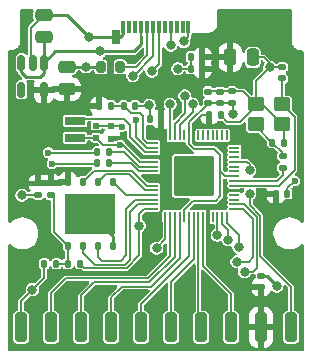
<source format=gbr>
%TF.GenerationSoftware,KiCad,Pcbnew,9.0.4*%
%TF.CreationDate,2025-09-10T10:28:52+02:00*%
%TF.ProjectId,rp2350_gpio_card,72703233-3530-45f6-9770-696f5f636172,X1*%
%TF.SameCoordinates,Original*%
%TF.FileFunction,Copper,L1,Top*%
%TF.FilePolarity,Positive*%
%FSLAX46Y46*%
G04 Gerber Fmt 4.6, Leading zero omitted, Abs format (unit mm)*
G04 Created by KiCad (PCBNEW 9.0.4) date 2025-09-10 10:28:52*
%MOMM*%
%LPD*%
G01*
G04 APERTURE LIST*
G04 Aperture macros list*
%AMRoundRect*
0 Rectangle with rounded corners*
0 $1 Rounding radius*
0 $2 $3 $4 $5 $6 $7 $8 $9 X,Y pos of 4 corners*
0 Add a 4 corners polygon primitive as box body*
4,1,4,$2,$3,$4,$5,$6,$7,$8,$9,$2,$3,0*
0 Add four circle primitives for the rounded corners*
1,1,$1+$1,$2,$3*
1,1,$1+$1,$4,$5*
1,1,$1+$1,$6,$7*
1,1,$1+$1,$8,$9*
0 Add four rect primitives between the rounded corners*
20,1,$1+$1,$2,$3,$4,$5,0*
20,1,$1+$1,$4,$5,$6,$7,0*
20,1,$1+$1,$6,$7,$8,$9,0*
20,1,$1+$1,$8,$9,$2,$3,0*%
%AMFreePoly0*
4,1,18,-0.437500,0.050000,-0.433694,0.069134,-0.422855,0.085355,-0.406634,0.096194,-0.387500,0.100000,0.387500,0.100000,0.437500,0.050000,0.437500,-0.050000,0.433694,-0.069134,0.422855,-0.085355,0.406634,-0.096194,0.387500,-0.100000,-0.387500,-0.100000,-0.406634,-0.096194,-0.422855,-0.085355,-0.433694,-0.069134,-0.437500,-0.050000,-0.437500,0.050000,-0.437500,0.050000,$1*%
%AMFreePoly1*
4,1,18,-0.437500,0.050000,-0.433694,0.069134,-0.422855,0.085355,-0.406634,0.096194,-0.387500,0.100000,0.387500,0.100000,0.406634,0.096194,0.422855,0.085355,0.433694,0.069134,0.437500,0.050000,0.437500,-0.050000,0.387500,-0.100000,-0.387500,-0.100000,-0.406634,-0.096194,-0.422855,-0.085355,-0.433694,-0.069134,-0.437500,-0.050000,-0.437500,0.050000,-0.437500,0.050000,$1*%
%AMFreePoly2*
4,1,18,-0.100000,0.387500,-0.050000,0.437500,0.050000,0.437500,0.069134,0.433694,0.085355,0.422855,0.096194,0.406634,0.100000,0.387500,0.100000,-0.387500,0.096194,-0.406634,0.085355,-0.422855,0.069134,-0.433694,0.050000,-0.437500,-0.050000,-0.437500,-0.069134,-0.433694,-0.085355,-0.422855,-0.096194,-0.406634,-0.100000,-0.387500,-0.100000,0.387500,-0.100000,0.387500,$1*%
%AMFreePoly3*
4,1,18,-0.100000,0.387500,-0.096194,0.406634,-0.085355,0.422855,-0.069134,0.433694,-0.050000,0.437500,0.050000,0.437500,0.100000,0.387500,0.100000,-0.387500,0.096194,-0.406634,0.085355,-0.422855,0.069134,-0.433694,0.050000,-0.437500,-0.050000,-0.437500,-0.069134,-0.433694,-0.085355,-0.422855,-0.096194,-0.406634,-0.100000,-0.387500,-0.100000,0.387500,-0.100000,0.387500,$1*%
%AMFreePoly4*
4,1,18,-0.437500,0.050000,-0.433694,0.069134,-0.422855,0.085355,-0.406634,0.096194,-0.387500,0.100000,0.387500,0.100000,0.406634,0.096194,0.422855,0.085355,0.433694,0.069134,0.437500,0.050000,0.437500,-0.050000,0.433694,-0.069134,0.422855,-0.085355,0.406634,-0.096194,0.387500,-0.100000,-0.387500,-0.100000,-0.437500,-0.050000,-0.437500,0.050000,-0.437500,0.050000,$1*%
%AMFreePoly5*
4,1,18,-0.437500,0.050000,-0.387500,0.100000,0.387500,0.100000,0.406634,0.096194,0.422855,0.085355,0.433694,0.069134,0.437500,0.050000,0.437500,-0.050000,0.433694,-0.069134,0.422855,-0.085355,0.406634,-0.096194,0.387500,-0.100000,-0.387500,-0.100000,-0.406634,-0.096194,-0.422855,-0.085355,-0.433694,-0.069134,-0.437500,-0.050000,-0.437500,0.050000,-0.437500,0.050000,$1*%
%AMFreePoly6*
4,1,18,-0.100000,0.387500,-0.096194,0.406634,-0.085355,0.422855,-0.069134,0.433694,-0.050000,0.437500,0.050000,0.437500,0.069134,0.433694,0.085355,0.422855,0.096194,0.406634,0.100000,0.387500,0.100000,-0.387500,0.050000,-0.437500,-0.050000,-0.437500,-0.069134,-0.433694,-0.085355,-0.422855,-0.096194,-0.406634,-0.100000,-0.387500,-0.100000,0.387500,-0.100000,0.387500,$1*%
%AMFreePoly7*
4,1,18,-0.100000,0.387500,-0.096194,0.406634,-0.085355,0.422855,-0.069134,0.433694,-0.050000,0.437500,0.050000,0.437500,0.069134,0.433694,0.085355,0.422855,0.096194,0.406634,0.100000,0.387500,0.100000,-0.387500,0.096194,-0.406634,0.085355,-0.422855,0.069134,-0.433694,0.050000,-0.437500,-0.050000,-0.437500,-0.100000,-0.387500,-0.100000,0.387500,-0.100000,0.387500,$1*%
G04 Aperture macros list end*
%TA.AperFunction,SMDPad,CuDef*%
%ADD10RoundRect,0.135000X-0.135000X-0.185000X0.135000X-0.185000X0.135000X0.185000X-0.135000X0.185000X0*%
%TD*%
%TA.AperFunction,SMDPad,CuDef*%
%ADD11RoundRect,0.200000X0.200000X0.275000X-0.200000X0.275000X-0.200000X-0.275000X0.200000X-0.275000X0*%
%TD*%
%TA.AperFunction,SMDPad,CuDef*%
%ADD12R,0.380000X1.000000*%
%TD*%
%TA.AperFunction,SMDPad,CuDef*%
%ADD13R,0.700000X1.150000*%
%TD*%
%TA.AperFunction,SMDPad,CuDef*%
%ADD14RoundRect,0.135000X0.185000X-0.135000X0.185000X0.135000X-0.185000X0.135000X-0.185000X-0.135000X0*%
%TD*%
%TA.AperFunction,SMDPad,CuDef*%
%ADD15RoundRect,0.250000X0.475000X-0.250000X0.475000X0.250000X-0.475000X0.250000X-0.475000X-0.250000X0*%
%TD*%
%TA.AperFunction,SMDPad,CuDef*%
%ADD16RoundRect,0.135000X-0.185000X0.135000X-0.185000X-0.135000X0.185000X-0.135000X0.185000X0.135000X0*%
%TD*%
%TA.AperFunction,SMDPad,CuDef*%
%ADD17RoundRect,0.250000X0.450000X0.350000X-0.450000X0.350000X-0.450000X-0.350000X0.450000X-0.350000X0*%
%TD*%
%TA.AperFunction,SMDPad,CuDef*%
%ADD18R,0.530000X0.470000*%
%TD*%
%TA.AperFunction,SMDPad,CuDef*%
%ADD19RoundRect,0.140000X0.140000X0.170000X-0.140000X0.170000X-0.140000X-0.170000X0.140000X-0.170000X0*%
%TD*%
%TA.AperFunction,SMDPad,CuDef*%
%ADD20RoundRect,0.250000X-0.250000X-0.475000X0.250000X-0.475000X0.250000X0.475000X-0.250000X0.475000X0*%
%TD*%
%TA.AperFunction,SMDPad,CuDef*%
%ADD21RoundRect,0.140000X-0.140000X-0.170000X0.140000X-0.170000X0.140000X0.170000X-0.140000X0.170000X0*%
%TD*%
%TA.AperFunction,SMDPad,CuDef*%
%ADD22RoundRect,0.140000X-0.170000X0.140000X-0.170000X-0.140000X0.170000X-0.140000X0.170000X0.140000X0*%
%TD*%
%TA.AperFunction,SMDPad,CuDef*%
%ADD23RoundRect,0.250000X-0.250000X1.000000X-0.250000X-1.000000X0.250000X-1.000000X0.250000X1.000000X0*%
%TD*%
%TA.AperFunction,SMDPad,CuDef*%
%ADD24RoundRect,0.150000X-0.150000X0.512500X-0.150000X-0.512500X0.150000X-0.512500X0.150000X0.512500X0*%
%TD*%
%TA.AperFunction,SMDPad,CuDef*%
%ADD25RoundRect,0.140000X0.170000X-0.140000X0.170000X0.140000X-0.170000X0.140000X-0.170000X-0.140000X0*%
%TD*%
%TA.AperFunction,SMDPad,CuDef*%
%ADD26RoundRect,0.125000X0.125000X-0.250000X0.125000X0.250000X-0.125000X0.250000X-0.125000X-0.250000X0*%
%TD*%
%TA.AperFunction,HeatsinkPad*%
%ADD27R,4.300000X3.400000*%
%TD*%
%TA.AperFunction,SMDPad,CuDef*%
%ADD28RoundRect,0.135000X0.135000X0.185000X-0.135000X0.185000X-0.135000X-0.185000X0.135000X-0.185000X0*%
%TD*%
%TA.AperFunction,SMDPad,CuDef*%
%ADD29FreePoly0,90.000000*%
%TD*%
%TA.AperFunction,SMDPad,CuDef*%
%ADD30RoundRect,0.050000X0.050000X-0.387500X0.050000X0.387500X-0.050000X0.387500X-0.050000X-0.387500X0*%
%TD*%
%TA.AperFunction,SMDPad,CuDef*%
%ADD31FreePoly1,90.000000*%
%TD*%
%TA.AperFunction,SMDPad,CuDef*%
%ADD32FreePoly2,90.000000*%
%TD*%
%TA.AperFunction,SMDPad,CuDef*%
%ADD33RoundRect,0.050000X0.387500X-0.050000X0.387500X0.050000X-0.387500X0.050000X-0.387500X-0.050000X0*%
%TD*%
%TA.AperFunction,SMDPad,CuDef*%
%ADD34FreePoly3,90.000000*%
%TD*%
%TA.AperFunction,SMDPad,CuDef*%
%ADD35FreePoly4,90.000000*%
%TD*%
%TA.AperFunction,SMDPad,CuDef*%
%ADD36FreePoly5,90.000000*%
%TD*%
%TA.AperFunction,SMDPad,CuDef*%
%ADD37FreePoly6,90.000000*%
%TD*%
%TA.AperFunction,SMDPad,CuDef*%
%ADD38FreePoly7,90.000000*%
%TD*%
%TA.AperFunction,ComponentPad*%
%ADD39C,0.600000*%
%TD*%
%TA.AperFunction,SMDPad,CuDef*%
%ADD40RoundRect,0.153000X1.547000X1.547000X-1.547000X1.547000X-1.547000X-1.547000X1.547000X-1.547000X0*%
%TD*%
%TA.AperFunction,SMDPad,CuDef*%
%ADD41R,1.700000X0.700000*%
%TD*%
%TA.AperFunction,ViaPad*%
%ADD42C,0.600000*%
%TD*%
%TA.AperFunction,ViaPad*%
%ADD43C,0.800000*%
%TD*%
%TA.AperFunction,Conductor*%
%ADD44C,0.127000*%
%TD*%
%TA.AperFunction,Conductor*%
%ADD45C,0.200000*%
%TD*%
%TA.AperFunction,Conductor*%
%ADD46C,0.152400*%
%TD*%
%TA.AperFunction,Conductor*%
%ADD47C,0.254000*%
%TD*%
%TA.AperFunction,Conductor*%
%ADD48C,0.250000*%
%TD*%
G04 APERTURE END LIST*
D10*
%TO.P,R2,2*%
%TO.N,Net-(U1-USB_DP)*%
X99610000Y-65700000D03*
%TO.P,R2,1*%
%TO.N,/USB_D+*%
X98590000Y-65700000D03*
%TD*%
%TO.P,R3,2*%
%TO.N,Net-(U1-USB_DM)*%
X99610000Y-64750000D03*
%TO.P,R3,1*%
%TO.N,/USB_D-*%
X98590000Y-64750000D03*
%TD*%
D11*
%TO.P,R4,1*%
%TO.N,Net-(P1-CC)*%
X100530183Y-57546434D03*
%TO.P,R4,2*%
%TO.N,GND*%
X98880183Y-57546434D03*
%TD*%
D12*
%TO.P,P1,A1,GND*%
%TO.N,GND*%
X100805183Y-54186434D03*
%TO.P,P1,A2*%
%TO.N,N/C*%
X101305183Y-54186434D03*
%TO.P,P1,A3*%
X101805183Y-54186434D03*
%TO.P,P1,A4,VBUS*%
%TO.N,VBUS*%
X102305183Y-54186434D03*
%TO.P,P1,A5,CC*%
%TO.N,Net-(P1-CC)*%
X102805183Y-54186434D03*
%TO.P,P1,A6,D+*%
%TO.N,/USB_D+*%
X103305183Y-54186434D03*
%TO.P,P1,A7,D-*%
%TO.N,/USB_D-*%
X103805183Y-54186434D03*
%TO.P,P1,A8*%
%TO.N,N/C*%
X104305183Y-54186434D03*
%TO.P,P1,A9,VBUS*%
%TO.N,VBUS*%
X104805183Y-54186434D03*
%TO.P,P1,A10*%
%TO.N,N/C*%
X105305183Y-54186434D03*
%TO.P,P1,A11*%
X105805183Y-54186434D03*
%TO.P,P1,A12,GND*%
%TO.N,GND*%
X106305183Y-54186434D03*
D13*
%TO.P,P1,S1,SHIELD*%
X100135183Y-55026434D03*
%TD*%
D14*
%TO.P,R8,1*%
%TO.N,/XOUT*%
X114300000Y-66110000D03*
%TO.P,R8,2*%
%TO.N,Net-(C16-Pad1)*%
X114300000Y-65090000D03*
%TD*%
D15*
%TO.P,C19,1*%
%TO.N,VBUS*%
X94055183Y-55046434D03*
%TO.P,C19,2*%
%TO.N,GND*%
X94055183Y-53146434D03*
%TD*%
D16*
%TO.P,R5,1*%
%TO.N,+3.3V*%
X94700000Y-67390000D03*
%TO.P,R5,2*%
%TO.N,/FLASH_SS*%
X94700000Y-68410000D03*
%TD*%
D17*
%TO.P,Y1,1,1*%
%TO.N,/XIN*%
X114235183Y-60726434D03*
%TO.P,Y1,2,2*%
%TO.N,GND*%
X112035183Y-60726434D03*
%TO.P,Y1,3,3*%
%TO.N,Net-(C16-Pad1)*%
X112035183Y-62426434D03*
%TO.P,Y1,4,4*%
%TO.N,GND*%
X114235183Y-62426434D03*
%TD*%
D18*
%TO.P,C1,1*%
%TO.N,+3.3V*%
X99750000Y-63615000D03*
%TO.P,C1,2*%
%TO.N,GND*%
X99750000Y-62585000D03*
%TD*%
D19*
%TO.P,C9,1*%
%TO.N,+3.3V*%
X107480000Y-57700000D03*
%TO.P,C9,2*%
%TO.N,GND*%
X106520000Y-57700000D03*
%TD*%
D20*
%TO.P,C2,1*%
%TO.N,+3.3V*%
X109855183Y-56746434D03*
%TO.P,C2,2*%
%TO.N,GND*%
X111755183Y-56746434D03*
%TD*%
D21*
%TO.P,C10,1*%
%TO.N,+3.3V*%
X108075183Y-61646434D03*
%TO.P,C10,2*%
%TO.N,GND*%
X109035183Y-61646434D03*
%TD*%
D22*
%TO.P,C17,1*%
%TO.N,+3.3V*%
X93600000Y-67420000D03*
%TO.P,C17,2*%
%TO.N,GND*%
X93600000Y-68380000D03*
%TD*%
D23*
%TO.P,J2,1,Pin_1*%
%TO.N,/RUN*%
X114985183Y-79600000D03*
%TO.P,J2,2,Pin_2*%
%TO.N,+3.3V*%
X112445183Y-79600000D03*
%TO.P,J2,3,Pin_3*%
%TO.N,/GPIO7*%
X109905183Y-79600000D03*
%TO.P,J2,4,Pin_4*%
%TO.N,/GPIO6*%
X107365183Y-79600000D03*
%TO.P,J2,5,Pin_5*%
%TO.N,/GPIO5*%
X104825183Y-79600000D03*
%TO.P,J2,6,Pin_6*%
%TO.N,/GPIO4*%
X102285183Y-79600000D03*
%TO.P,J2,7,Pin_7*%
%TO.N,/GPIO3*%
X99745183Y-79600000D03*
%TO.P,J2,8,Pin_8*%
%TO.N,/GPIO2*%
X97205183Y-79600000D03*
%TO.P,J2,9,Pin_9*%
%TO.N,/GPIO1*%
X94665183Y-79600000D03*
%TO.P,J2,10,Pin_10*%
%TO.N,/GPIO0*%
X92125183Y-79600000D03*
%TD*%
D19*
%TO.P,C8,1*%
%TO.N,+3.3V*%
X103980000Y-62000000D03*
%TO.P,C8,2*%
%TO.N,GND*%
X103020000Y-62000000D03*
%TD*%
D18*
%TO.P,C3,1*%
%TO.N,+1V1*%
X98500000Y-63565000D03*
%TO.P,C3,2*%
%TO.N,GND*%
X98500000Y-62535000D03*
%TD*%
D21*
%TO.P,C5,1*%
%TO.N,/VREG_AVDD*%
X100820000Y-60850000D03*
%TO.P,C5,2*%
%TO.N,GND*%
X101780000Y-60850000D03*
%TD*%
D24*
%TO.P,U4,1,VIN*%
%TO.N,VBUS*%
X94067683Y-57208934D03*
%TO.P,U4,2,GND*%
%TO.N,GND*%
X93117683Y-57208934D03*
%TO.P,U4,3,EN*%
%TO.N,VBUS*%
X92167683Y-57208934D03*
%TO.P,U4,4,NC*%
%TO.N,unconnected-(U4-NC-Pad4)*%
X92167683Y-59483934D03*
%TO.P,U4,5,VOUT*%
%TO.N,+3.3V*%
X94067683Y-59483934D03*
%TD*%
D10*
%TO.P,R1,1*%
%TO.N,+3.3V*%
X98740000Y-60850000D03*
%TO.P,R1,2*%
%TO.N,/VREG_AVDD*%
X99760000Y-60850000D03*
%TD*%
%TO.P,R7,1*%
%TO.N,/GPIO0*%
X94090000Y-74200000D03*
%TO.P,R7,2*%
%TO.N,/FLASH_SS*%
X95110000Y-74200000D03*
%TD*%
D25*
%TO.P,C15,1*%
%TO.N,/XIN*%
X114235183Y-58526434D03*
%TO.P,C15,2*%
%TO.N,GND*%
X114235183Y-57566434D03*
%TD*%
D15*
%TO.P,C21,1*%
%TO.N,+3.3V*%
X96005183Y-59446434D03*
%TO.P,C21,2*%
%TO.N,GND*%
X96005183Y-57546434D03*
%TD*%
D21*
%TO.P,C12,1*%
%TO.N,+3.3V*%
X113720000Y-68300000D03*
%TO.P,C12,2*%
%TO.N,GND*%
X114680000Y-68300000D03*
%TD*%
D25*
%TO.P,C4,1*%
%TO.N,+1V1*%
X110005183Y-60576434D03*
%TO.P,C4,2*%
%TO.N,GND*%
X110005183Y-59616434D03*
%TD*%
D26*
%TO.P,U2,1,~{CS}*%
%TO.N,/FLASH_SS*%
X96100183Y-72696434D03*
%TO.P,U2,2,DO/IO_{1}*%
%TO.N,/QSPI_SD1*%
X97370183Y-72696434D03*
%TO.P,U2,3,~{WP}/IO_{2}*%
%TO.N,/QSPI_SD2*%
X98640183Y-72696434D03*
%TO.P,U2,4,GND*%
%TO.N,GND*%
X99910183Y-72696434D03*
%TO.P,U2,5,DI/IO_{0}*%
%TO.N,/QSPI_SD0*%
X99910183Y-67296434D03*
%TO.P,U2,6,CLK*%
%TO.N,/QSPI_SCLK*%
X98640183Y-67296434D03*
%TO.P,U2,7,~{HOLD}/~{RESET}/IO_{3}*%
%TO.N,/QSPI_SD3*%
X97370183Y-67296434D03*
%TO.P,U2,8,VCC*%
%TO.N,+3.3V*%
X96100183Y-67296434D03*
D27*
%TO.P,U2,9,EP*%
%TO.N,GND*%
X98005183Y-69996434D03*
%TD*%
D25*
%TO.P,C6,1*%
%TO.N,+1V1*%
X109000000Y-60610000D03*
%TO.P,C6,2*%
%TO.N,GND*%
X109000000Y-59650000D03*
%TD*%
%TO.P,C7,1*%
%TO.N,+1V1*%
X107980000Y-60600000D03*
%TO.P,C7,2*%
%TO.N,GND*%
X107980000Y-59640000D03*
%TD*%
%TO.P,C13,1*%
%TO.N,+3.3V*%
X112455183Y-76176434D03*
%TO.P,C13,2*%
%TO.N,GND*%
X112455183Y-75216434D03*
%TD*%
D28*
%TO.P,R6,1*%
%TO.N,/QSPI_SS*%
X97120000Y-74200000D03*
%TO.P,R6,2*%
%TO.N,/FLASH_SS*%
X96100000Y-74200000D03*
%TD*%
D19*
%TO.P,C14,1*%
%TO.N,+3.3V*%
X107480000Y-56700000D03*
%TO.P,C14,2*%
%TO.N,GND*%
X106520000Y-56700000D03*
%TD*%
D21*
%TO.P,C16,1*%
%TO.N,Net-(C16-Pad1)*%
X113405183Y-63956434D03*
%TO.P,C16,2*%
%TO.N,GND*%
X114365183Y-63956434D03*
%TD*%
D29*
%TO.P,U1,1,IOVDD*%
%TO.N,+3.3V*%
X103955183Y-70233934D03*
D30*
%TO.P,U1,2,GPIO0*%
%TO.N,/GPIO0*%
X104355183Y-70233934D03*
%TO.P,U1,3,GPIO1*%
%TO.N,/GPIO1*%
X104755183Y-70233934D03*
%TO.P,U1,4,GPIO2*%
%TO.N,/GPIO2*%
X105155183Y-70233934D03*
%TO.P,U1,5,GPIO3*%
%TO.N,/GPIO3*%
X105555183Y-70233934D03*
%TO.P,U1,6,DVDD*%
%TO.N,+1V1*%
X105955183Y-70233934D03*
%TO.P,U1,7,GPIO4*%
%TO.N,/GPIO4*%
X106355183Y-70233934D03*
%TO.P,U1,8,GPIO5*%
%TO.N,/GPIO5*%
X106755183Y-70233934D03*
%TO.P,U1,9,GPIO6*%
%TO.N,/GPIO6*%
X107155183Y-70233934D03*
%TO.P,U1,10,GPIO7*%
%TO.N,/GPIO7*%
X107555183Y-70233934D03*
%TO.P,U1,11,IOVDD*%
%TO.N,+3.3V*%
X107955183Y-70233934D03*
%TO.P,U1,12,GPIO8*%
%TO.N,/GPIO8*%
X108355183Y-70233934D03*
%TO.P,U1,13,GPIO9*%
%TO.N,/GPIO9*%
X108755183Y-70233934D03*
%TO.P,U1,14,GPIO10*%
%TO.N,/GPIO10*%
X109155183Y-70233934D03*
D31*
%TO.P,U1,15,GPIO11*%
%TO.N,/GPIO11*%
X109555183Y-70233934D03*
D32*
%TO.P,U1,16,GPIO12*%
%TO.N,/GPIO12*%
X110192683Y-69596434D03*
D33*
%TO.P,U1,17,GPIO13*%
%TO.N,/GPIO13*%
X110192683Y-69196434D03*
%TO.P,U1,18,GPIO14*%
%TO.N,/GPIO14*%
X110192683Y-68796434D03*
%TO.P,U1,19,GPIO15*%
%TO.N,/GPIO15*%
X110192683Y-68396434D03*
%TO.P,U1,20,IOVDD*%
%TO.N,+3.3V*%
X110192683Y-67996434D03*
%TO.P,U1,21,XIN*%
%TO.N,/XIN*%
X110192683Y-67596434D03*
%TO.P,U1,22,XOUT*%
%TO.N,/XOUT*%
X110192683Y-67196434D03*
%TO.P,U1,23,DVDD*%
%TO.N,+1V1*%
X110192683Y-66796434D03*
%TO.P,U1,24,SWCLK*%
%TO.N,/SWCLK*%
X110192683Y-66396434D03*
%TO.P,U1,25,SWD*%
%TO.N,/SWD*%
X110192683Y-65996434D03*
%TO.P,U1,26,RUN*%
%TO.N,/RUN*%
X110192683Y-65596434D03*
%TO.P,U1,27,GPIO16*%
%TO.N,/GPIO16*%
X110192683Y-65196434D03*
%TO.P,U1,28,GPIO17*%
%TO.N,/GPIO17*%
X110192683Y-64796434D03*
%TO.P,U1,29,GPIO18*%
%TO.N,/GPIO18*%
X110192683Y-64396434D03*
D34*
%TO.P,U1,30,IOVDD*%
%TO.N,+3.3V*%
X110192683Y-63996434D03*
D35*
%TO.P,U1,31,GPIO19*%
%TO.N,/GPIO19*%
X109555183Y-63358934D03*
D30*
%TO.P,U1,32,GPIO20*%
%TO.N,/GPIO20*%
X109155183Y-63358934D03*
%TO.P,U1,33,GPIO21*%
%TO.N,/GPIO21*%
X108755183Y-63358934D03*
%TO.P,U1,34,GPIO22*%
%TO.N,/GPIO22*%
X108355183Y-63358934D03*
%TO.P,U1,35,GPIO23*%
%TO.N,/GPIO23*%
X107955183Y-63358934D03*
%TO.P,U1,36,GPIO24*%
%TO.N,/GPIO24*%
X107555183Y-63358934D03*
%TO.P,U1,37,GPIO25*%
%TO.N,/GPIO25*%
X107155183Y-63358934D03*
%TO.P,U1,38,IOVDD*%
%TO.N,+3.3V*%
X106755183Y-63358934D03*
%TO.P,U1,39,DVDD*%
%TO.N,+1V1*%
X106355183Y-63358934D03*
%TO.P,U1,40,GPIO26_ADC0*%
%TO.N,/GPIO26_ADC0*%
X105955183Y-63358934D03*
%TO.P,U1,41,GPIO27_ADC1*%
%TO.N,/GPIO27_ADC1*%
X105555183Y-63358934D03*
%TO.P,U1,42,GPIO28_ADC2*%
%TO.N,/GPIO28_ADC2*%
X105155183Y-63358934D03*
%TO.P,U1,43,GPIO29_ADC3*%
%TO.N,/GPIO29_ADC3*%
X104755183Y-63358934D03*
%TO.P,U1,44,ADC_AVDD*%
%TO.N,+3.3V*%
X104355183Y-63358934D03*
D36*
%TO.P,U1,45,IOVDD*%
X103955183Y-63358934D03*
D37*
%TO.P,U1,46,VREG_AVDD*%
%TO.N,/VREG_AVDD*%
X103317683Y-63996434D03*
D33*
%TO.P,U1,47,VREG_PGND*%
%TO.N,GND*%
X103317683Y-64396434D03*
%TO.P,U1,48,VREG_LX*%
%TO.N,/VREG_LX*%
X103317683Y-64796434D03*
%TO.P,U1,49,VREG_VIN*%
%TO.N,+3.3V*%
X103317683Y-65196434D03*
%TO.P,U1,50,VREG_FB*%
%TO.N,+1V1*%
X103317683Y-65596434D03*
%TO.P,U1,51,USB_DM*%
%TO.N,Net-(U1-USB_DM)*%
X103317683Y-65996434D03*
%TO.P,U1,52,USB_DP*%
%TO.N,Net-(U1-USB_DP)*%
X103317683Y-66396434D03*
%TO.P,U1,53,USB_OTP_VDD*%
%TO.N,+3.3V*%
X103317683Y-66796434D03*
%TO.P,U1,54,QSPI_IOVDD*%
X103317683Y-67196434D03*
%TO.P,U1,55,QSPI_SD3*%
%TO.N,/QSPI_SD3*%
X103317683Y-67596434D03*
%TO.P,U1,56,QSPI_SCLK*%
%TO.N,/QSPI_SCLK*%
X103317683Y-67996434D03*
%TO.P,U1,57,QSPI_SD0*%
%TO.N,/QSPI_SD0*%
X103317683Y-68396434D03*
%TO.P,U1,58,QSPI_SD2*%
%TO.N,/QSPI_SD2*%
X103317683Y-68796434D03*
%TO.P,U1,59,QSPI_SD1*%
%TO.N,/QSPI_SD1*%
X103317683Y-69196434D03*
D38*
%TO.P,U1,60,QSPI_SS*%
%TO.N,/QSPI_SS*%
X103317683Y-69596434D03*
D39*
%TO.P,U1,61,GND*%
%TO.N,GND*%
X105380183Y-68171434D03*
X106755183Y-68171434D03*
X108130183Y-68171434D03*
X105380183Y-66796434D03*
X106755183Y-66796434D03*
D40*
X106755183Y-66796434D03*
D39*
X108130183Y-66796434D03*
X105380183Y-65421434D03*
X106755183Y-65421434D03*
X108130183Y-65421434D03*
%TD*%
D41*
%TO.P,L1,1,1*%
%TO.N,+1V1*%
X96708211Y-63550000D03*
%TO.P,L1,2,2*%
%TO.N,/VREG_LX*%
X96708211Y-62150000D03*
%TD*%
D42*
%TO.N,/USB_D-*%
X94450000Y-64800000D03*
D43*
%TO.N,+1V1*%
X110100000Y-61500000D03*
D42*
X100550000Y-64200000D03*
D43*
%TO.N,VBUS*%
X104800000Y-55700000D03*
X98800000Y-56246434D03*
%TO.N,+3.3V*%
X112700000Y-68272634D03*
X112700000Y-65100000D03*
%TO.N,/GPIO27_ADC1*%
X106685028Y-60729793D03*
%TO.N,/GPIO29_ADC3*%
X104755183Y-60700000D03*
%TO.N,/GPIO11*%
X110555183Y-72771434D03*
%TO.N,/QSPI_SS*%
X102130183Y-70996434D03*
%TO.N,/RUN*%
X111500000Y-66300000D03*
X111500000Y-68272634D03*
%TO.N,/GPIO10*%
X109680183Y-72196434D03*
%TO.N,/GPIO9*%
X108755502Y-71815683D03*
%TO.N,/GPIO28_ADC2*%
X106005183Y-59996434D03*
%TO.N,/GPIO0*%
X103601588Y-72897192D03*
X93100000Y-76400000D03*
D42*
%TO.N,/USB_D+*%
X94750000Y-65750000D03*
D43*
X101600000Y-58300000D03*
%TO.N,/USB_D-*%
X103200000Y-57900000D03*
%TO.N,/GPIO13*%
X111055183Y-74896434D03*
%TO.N,/GPIO12*%
X110405183Y-74046434D03*
%TO.N,GND*%
X97900000Y-55050000D03*
X105400000Y-57700000D03*
X113180183Y-57596434D03*
X98005183Y-69996434D03*
D42*
X101850000Y-62050000D03*
D43*
X103000000Y-60800000D03*
X113800000Y-76100000D03*
D42*
X115300000Y-67200000D03*
D43*
X105900000Y-55400000D03*
X92200000Y-68400000D03*
D42*
X100700000Y-62600000D03*
D43*
X97630183Y-57546434D03*
%TD*%
D44*
%TO.N,Net-(U1-USB_DM)*%
X103317683Y-65996434D02*
X102121434Y-65996434D01*
X100875000Y-64750000D02*
X99610000Y-64750000D01*
X102121434Y-65996434D02*
X100875000Y-64750000D01*
%TO.N,Net-(U1-USB_DP)*%
X103317683Y-66396434D02*
X102096434Y-66396434D01*
X102096434Y-66396434D02*
X101400000Y-65700000D01*
X101400000Y-65700000D02*
X99610000Y-65700000D01*
D45*
%TO.N,/USB_D+*%
X94750000Y-65750000D02*
X98540000Y-65750000D01*
X98540000Y-65750000D02*
X98590000Y-65700000D01*
%TO.N,/USB_D-*%
X94450000Y-64800000D02*
X98540000Y-64800000D01*
X98540000Y-64800000D02*
X98590000Y-64750000D01*
D46*
%TO.N,/QSPI_SD3*%
X97370183Y-67296434D02*
X98316617Y-66350000D01*
X98316617Y-66350000D02*
X101528545Y-66350000D01*
X101528545Y-66350000D02*
X102774979Y-67596434D01*
X102774979Y-67596434D02*
X103317683Y-67596434D01*
%TO.N,/QSPI_SCLK*%
X98640183Y-67296434D02*
X99286617Y-66650000D01*
X99286617Y-66650000D02*
X99609355Y-66650000D01*
X102596434Y-67996434D02*
X103317683Y-67996434D01*
X99609355Y-66650000D02*
X99615121Y-66644234D01*
X101250000Y-66650000D02*
X102596434Y-67996434D01*
X99615121Y-66644234D02*
X100205245Y-66644234D01*
X100205245Y-66644234D02*
X100211011Y-66650000D01*
X100211011Y-66650000D02*
X101250000Y-66650000D01*
D44*
%TO.N,+1V1*%
X98500000Y-63565000D02*
X99085000Y-64150000D01*
X99085000Y-64150000D02*
X100500000Y-64150000D01*
X100500000Y-64150000D02*
X100550000Y-64200000D01*
D46*
X109000000Y-66373821D02*
X109422613Y-66796434D01*
D44*
X100550000Y-64200000D02*
X100800000Y-64200000D01*
X96708211Y-63550000D02*
X98485000Y-63550000D01*
D46*
X108005183Y-60576434D02*
X109005183Y-60576434D01*
X106355183Y-62246650D02*
X108005183Y-60596651D01*
X110100000Y-61500000D02*
X110100000Y-60471251D01*
X106355183Y-63358934D02*
X106355183Y-62246650D01*
D44*
X102196434Y-65596434D02*
X103317683Y-65596434D01*
X98485000Y-63550000D02*
X98500000Y-63565000D01*
D46*
X109422613Y-66796434D02*
X110192683Y-66796434D01*
X106800000Y-64500000D02*
X106355183Y-64055183D01*
X105955183Y-70233934D02*
X105955183Y-69644817D01*
X110100000Y-60671251D02*
X110005183Y-60576434D01*
X108500000Y-64500000D02*
X106800000Y-64500000D01*
X108005183Y-60596651D02*
X108005183Y-60576434D01*
X108600000Y-68900000D02*
X109000000Y-68500000D01*
X106700000Y-68900000D02*
X108600000Y-68900000D01*
D44*
X100800000Y-64200000D02*
X102196434Y-65596434D01*
D46*
X105955183Y-69644817D02*
X106700000Y-68900000D01*
X109000000Y-65000000D02*
X108500000Y-64500000D01*
X106355183Y-64055183D02*
X106355183Y-63358934D01*
X109000000Y-66373821D02*
X109000000Y-65000000D01*
X109005183Y-60576434D02*
X110005183Y-60576434D01*
X109000000Y-68500000D02*
X109000000Y-66373821D01*
D47*
%TO.N,VBUS*%
X102300183Y-55636434D02*
X102300183Y-54926434D01*
X102300183Y-54926434D02*
X102305183Y-54921434D01*
X101690183Y-56246434D02*
X102300183Y-55636434D01*
X92167683Y-58008934D02*
X92555183Y-58396434D01*
X94067683Y-57208934D02*
X94067683Y-55058934D01*
D46*
X104805183Y-54186434D02*
X104805183Y-55694817D01*
D47*
X95030183Y-56246434D02*
X94067683Y-57208934D01*
X94067683Y-58033934D02*
X94067683Y-57208934D01*
D46*
X102305183Y-54186434D02*
X102305183Y-54921434D01*
D47*
X98800000Y-56246434D02*
X95030183Y-56246434D01*
D46*
X94067683Y-55058934D02*
X94055183Y-55046434D01*
X104805183Y-55694817D02*
X104800000Y-55700000D01*
D47*
X93705183Y-58396434D02*
X94067683Y-58033934D01*
X92167683Y-57208934D02*
X92167683Y-58008934D01*
X98800000Y-56246434D02*
X101690183Y-56246434D01*
X92555183Y-58396434D02*
X93705183Y-58396434D01*
D46*
%TO.N,/VREG_AVDD*%
X100820000Y-60850000D02*
X99760000Y-60850000D01*
X102796434Y-63996434D02*
X103317683Y-63996434D01*
X103314117Y-64000000D02*
X103317683Y-63996434D01*
X101462800Y-61492800D02*
X100820000Y-60850000D01*
X102462800Y-63662800D02*
X102796434Y-63996434D01*
X102462800Y-61712800D02*
X102242800Y-61492800D01*
X102462800Y-61712800D02*
X102462800Y-63662800D01*
X102242800Y-61492800D02*
X101462800Y-61492800D01*
%TO.N,/XIN*%
X109842683Y-67596434D02*
X114003566Y-67596434D01*
X114003566Y-67596434D02*
X115300000Y-66300000D01*
X115300000Y-66300000D02*
X115300000Y-61791251D01*
X115300000Y-61791251D02*
X114235183Y-60726434D01*
X114235183Y-60726434D02*
X114235183Y-58526434D01*
%TO.N,Net-(C16-Pad1)*%
X114300000Y-64851251D02*
X113405183Y-63956434D01*
X113405183Y-63956434D02*
X112035183Y-62586434D01*
X112035183Y-62586434D02*
X112035183Y-62426434D01*
X112025183Y-62436434D02*
X112035183Y-62426434D01*
X114300000Y-65090000D02*
X114300000Y-64851251D01*
%TO.N,+3.3V*%
X108075183Y-61646434D02*
X107455183Y-61646434D01*
X103317683Y-65196434D02*
X102353566Y-65196434D01*
D45*
X107955183Y-73521434D02*
X112445183Y-78011434D01*
D46*
X107955183Y-70233934D02*
X107932383Y-70256734D01*
X94105183Y-59446434D02*
X94067683Y-59483934D01*
D47*
X96005183Y-59446434D02*
X94105183Y-59446434D01*
D46*
X112727366Y-68300000D02*
X112700000Y-68272634D01*
X106755183Y-62346434D02*
X106755183Y-63358934D01*
D45*
X107955183Y-70233934D02*
X107955183Y-73521434D01*
D46*
X112700000Y-65100000D02*
X111596434Y-63996434D01*
X112445183Y-76186434D02*
X112455183Y-76176434D01*
X100772132Y-63615000D02*
X102353566Y-65196434D01*
X111596434Y-63996434D02*
X110192683Y-63996434D01*
X107455183Y-61646434D02*
X106755183Y-62346434D01*
X99750000Y-63615000D02*
X100772132Y-63615000D01*
D45*
X112445183Y-80196434D02*
X112445183Y-76186434D01*
D46*
X113720000Y-68300000D02*
X112727366Y-68300000D01*
%TO.N,/GPIO27_ADC1*%
X106685028Y-60729793D02*
X106681383Y-60733438D01*
X105555183Y-62496434D02*
X105555183Y-63358934D01*
X106681383Y-60733438D02*
X106681383Y-61370234D01*
X106681383Y-61370234D02*
X105555183Y-62496434D01*
%TO.N,/GPIO29_ADC3*%
X104755183Y-60700000D02*
X104755183Y-63358934D01*
%TO.N,/GPIO11*%
X110555183Y-71771434D02*
X109555183Y-70771434D01*
X110555183Y-72771434D02*
X110555183Y-71771434D01*
X110555183Y-72771434D02*
X110580183Y-72746434D01*
X109555183Y-70771434D02*
X109555183Y-70233934D01*
%TO.N,/QSPI_SS*%
X102555183Y-69596434D02*
X102130183Y-70021434D01*
X97496834Y-74576834D02*
X101071329Y-74576834D01*
X102130183Y-73517980D02*
X102130183Y-70996434D01*
X97120000Y-74200000D02*
X97496834Y-74576834D01*
X101071329Y-74576834D02*
X102130183Y-73517980D01*
X102130183Y-70021434D02*
X102130183Y-70996434D01*
X103317683Y-69596434D02*
X102555183Y-69596434D01*
%TO.N,/RUN*%
X111500000Y-65800000D02*
X111296434Y-65596434D01*
X112380400Y-70150323D02*
X112380400Y-73546651D01*
X111500000Y-69269922D02*
X112380400Y-70150323D01*
X111500000Y-66300000D02*
X111500000Y-65800000D01*
X114985183Y-76151434D02*
X114985183Y-80196434D01*
X111500000Y-68272634D02*
X111500000Y-69269922D01*
X111296434Y-65596434D02*
X110192683Y-65596434D01*
X112380400Y-73546651D02*
X114985183Y-76151434D01*
%TO.N,/GPIO10*%
X109680183Y-71396218D02*
X109155183Y-70871218D01*
X109155183Y-70871218D02*
X109155183Y-70233934D01*
X109680183Y-72196434D02*
X109680183Y-71396218D01*
%TO.N,/GPIO9*%
X108755502Y-71815683D02*
X108755183Y-71815364D01*
X108755183Y-71815364D02*
X108755183Y-70233934D01*
%TO.N,/GPIO28_ADC2*%
X106005183Y-61496434D02*
X105155183Y-62346434D01*
X105155183Y-62346434D02*
X105155183Y-63358934D01*
X106005183Y-59996434D02*
X106005183Y-61496434D01*
%TO.N,/GPIO2*%
X102997951Y-75803234D02*
X98305183Y-75803234D01*
X105155183Y-70233934D02*
X105155183Y-73646002D01*
X105155183Y-73646002D02*
X102997951Y-75803234D01*
X98305183Y-75803234D02*
X97205183Y-76903234D01*
X97205183Y-76903234D02*
X97205183Y-80196434D01*
%TO.N,/GPIO1*%
X94665183Y-76706434D02*
X94665183Y-80196434D01*
X104755183Y-73546218D02*
X102851567Y-75449834D01*
X104755183Y-70233934D02*
X104755183Y-73546218D01*
X102851567Y-75449834D02*
X95901783Y-75449834D01*
X94655183Y-76696434D02*
X94665183Y-76706434D01*
X95901783Y-75449834D02*
X94655183Y-76696434D01*
%TO.N,/GPIO5*%
X106755183Y-73846218D02*
X104825183Y-75776218D01*
X106755183Y-70233934D02*
X106755183Y-73846218D01*
X104825183Y-75776218D02*
X104825183Y-80196434D01*
%TO.N,/GPIO4*%
X106355183Y-73571434D02*
X102285183Y-77641434D01*
X106355183Y-70233934D02*
X106355183Y-73571434D01*
X102285183Y-77641434D02*
X102285183Y-80196434D01*
%TO.N,/GPIO6*%
X107155183Y-70233934D02*
X107155183Y-79986434D01*
X107155183Y-79986434D02*
X107365183Y-80196434D01*
%TO.N,/GPIO0*%
X94090000Y-74200000D02*
X94090000Y-75410000D01*
X104355183Y-72143597D02*
X103601588Y-72897192D01*
X94090000Y-75410000D02*
X93100000Y-76400000D01*
X92125183Y-77374817D02*
X92125183Y-79600000D01*
X104355183Y-72044817D02*
X104355183Y-72143597D01*
X104355183Y-70233934D02*
X104355183Y-72044817D01*
X93100000Y-76400000D02*
X92125183Y-77374817D01*
%TO.N,/GPIO3*%
X99745183Y-77066634D02*
X99745183Y-80196434D01*
X103144335Y-76156634D02*
X100655183Y-76156634D01*
X100655183Y-76156634D02*
X99745183Y-77066634D01*
X105555183Y-73745785D02*
X103144335Y-76156634D01*
X105555183Y-70233934D02*
X105555183Y-73745785D01*
%TO.N,/GPIO7*%
X109905183Y-76746434D02*
X109905183Y-80196434D01*
X107555183Y-74396434D02*
X109905183Y-76746434D01*
X107555183Y-70233934D02*
X107555183Y-74396434D01*
%TO.N,/VREG_LX*%
X100820000Y-61920000D02*
X96938211Y-61920000D01*
X101350000Y-62450000D02*
X100820000Y-61920000D01*
X102619565Y-64796434D02*
X101350000Y-63526869D01*
X101350000Y-63526869D02*
X101350000Y-62450000D01*
X96938211Y-61920000D02*
X96708211Y-62150000D01*
X103317683Y-64796434D02*
X102619565Y-64796434D01*
%TO.N,Net-(P1-CC)*%
X102805183Y-56571434D02*
X102805183Y-54186434D01*
X100530183Y-57546434D02*
X101830183Y-57546434D01*
X101830183Y-57546434D02*
X102805183Y-56571434D01*
D45*
%TO.N,/USB_D+*%
X103305183Y-56652878D02*
X101658061Y-58300000D01*
X101658061Y-58300000D02*
X101600000Y-58300000D01*
X103305183Y-56652878D02*
X103305183Y-54971434D01*
D46*
X103305183Y-54186434D02*
X103305183Y-54971434D01*
%TO.N,/USB_D-*%
X103805183Y-54186434D02*
X103805183Y-54961434D01*
D45*
X103200000Y-57900000D02*
X103805183Y-57294817D01*
X103805183Y-57294817D02*
X103805183Y-54961434D01*
D46*
%TO.N,/FLASH_SS*%
X94700000Y-68410000D02*
X94900000Y-68610000D01*
X96100183Y-72696434D02*
X96100183Y-74199817D01*
X94900000Y-68610000D02*
X94900000Y-71496251D01*
X96100000Y-74200000D02*
X95110000Y-74200000D01*
X94900000Y-71496251D02*
X96100183Y-72696434D01*
X96100183Y-74199817D02*
X96100000Y-74200000D01*
X96090000Y-72706617D02*
X96100183Y-72696434D01*
%TO.N,/XOUT*%
X113803566Y-67196434D02*
X109842683Y-67196434D01*
X114300000Y-66700000D02*
X113803566Y-67196434D01*
X114300000Y-66110000D02*
X114300000Y-66700000D01*
%TO.N,/QSPI_SD1*%
X98396434Y-74296434D02*
X97370183Y-73270183D01*
X100955183Y-74296434D02*
X98396434Y-74296434D01*
X101358583Y-69841417D02*
X101358583Y-73893034D01*
X103317683Y-69196434D02*
X102003566Y-69196434D01*
X97370183Y-73270183D02*
X97370183Y-72696434D01*
X102003566Y-69196434D02*
X101358583Y-69841417D01*
X101358583Y-73893034D02*
X100955183Y-74296434D01*
%TO.N,/GPIO13*%
X112100000Y-74557817D02*
X111761383Y-74896434D01*
X111761383Y-74896434D02*
X111055183Y-74896434D01*
X111029966Y-69196434D02*
X112100000Y-70266468D01*
X110192683Y-69196434D02*
X111029966Y-69196434D01*
X112100000Y-70266468D02*
X112100000Y-74557817D01*
%TO.N,/GPIO12*%
X111800000Y-70466251D02*
X110930183Y-69596434D01*
X111405183Y-74046434D02*
X111800000Y-73651617D01*
X110405183Y-74046434D02*
X111405183Y-74046434D01*
X111800000Y-73651617D02*
X111800000Y-70466251D01*
X110930183Y-69596434D02*
X110192683Y-69596434D01*
%TO.N,/QSPI_SD2*%
X103317683Y-68796434D02*
X101803565Y-68796434D01*
X98951783Y-73943034D02*
X98640183Y-73631434D01*
X100558583Y-73943034D02*
X98951783Y-73943034D01*
X101803565Y-68796434D02*
X101005183Y-69594816D01*
X101005183Y-69594816D02*
X101005183Y-73496434D01*
X98640183Y-73631434D02*
X98640183Y-72696434D01*
X101005183Y-73496434D02*
X100558583Y-73943034D01*
%TO.N,/QSPI_SD0*%
X101010183Y-68396434D02*
X103317683Y-68396434D01*
X99910183Y-67296434D02*
X101010183Y-68396434D01*
%TO.N,GND*%
X101850000Y-63450000D02*
X102796434Y-64396434D01*
D47*
X96005183Y-57546434D02*
X97630183Y-57546434D01*
D46*
X113210183Y-57566434D02*
X113180183Y-57596434D01*
X106305183Y-54994817D02*
X105900000Y-55400000D01*
D47*
X95996434Y-53146434D02*
X94055183Y-53146434D01*
D46*
X103020000Y-62000000D02*
X103020000Y-60820000D01*
X112035183Y-60864817D02*
X112035183Y-60726434D01*
X99700000Y-62535000D02*
X99750000Y-62585000D01*
D48*
X99910183Y-72696434D02*
X99910183Y-71901434D01*
D46*
X114680000Y-68300000D02*
X114680000Y-67820000D01*
X101850000Y-62050000D02*
X101850000Y-63450000D01*
X106520000Y-57700000D02*
X105400000Y-57700000D01*
D47*
X97923566Y-55026434D02*
X97900000Y-55050000D01*
D46*
X114235183Y-62426434D02*
X112535183Y-60726434D01*
D48*
X99910183Y-71901434D02*
X98005183Y-69996434D01*
D46*
X109005183Y-59616434D02*
X110005183Y-59616434D01*
X100805183Y-54186434D02*
X100805183Y-54356434D01*
X110005183Y-59616434D02*
X110925183Y-59616434D01*
X93117683Y-57208934D02*
X92980183Y-57071434D01*
X99750000Y-62585000D02*
X100685000Y-62585000D01*
X102796434Y-64396434D02*
X103317683Y-64396434D01*
X112035183Y-60726434D02*
X112035183Y-58741434D01*
D48*
X112916434Y-75216434D02*
X113800000Y-76100000D01*
D46*
X114365183Y-62556434D02*
X114235183Y-62426434D01*
X98500000Y-62535000D02*
X99700000Y-62535000D01*
X100685000Y-62585000D02*
X100700000Y-62600000D01*
X106305183Y-54186434D02*
X106305183Y-54994817D01*
X114365183Y-63956434D02*
X114365183Y-62556434D01*
X113180183Y-57246434D02*
X113180183Y-57596434D01*
X110700000Y-62200000D02*
X112035183Y-60864817D01*
D47*
X97900000Y-55050000D02*
X95996434Y-53146434D01*
D46*
X101850000Y-60920000D02*
X101780000Y-60850000D01*
X111755183Y-56746434D02*
X112680183Y-56746434D01*
D47*
X100135183Y-55026434D02*
X97923566Y-55026434D01*
D46*
X103020000Y-60820000D02*
X103000000Y-60800000D01*
X93600000Y-68380000D02*
X92220000Y-68380000D01*
D48*
X112455183Y-75216434D02*
X112916434Y-75216434D01*
D46*
X114680000Y-67820000D02*
X115300000Y-67200000D01*
X112535183Y-60726434D02*
X112035183Y-60726434D01*
X102950000Y-60850000D02*
X103000000Y-60800000D01*
X106520000Y-57700000D02*
X106520000Y-56700000D01*
X114680000Y-68300000D02*
X114680000Y-68176292D01*
D47*
X100135183Y-55026434D02*
X100523566Y-55026434D01*
D46*
X109588749Y-62200000D02*
X110700000Y-62200000D01*
X92220000Y-68380000D02*
X92200000Y-68400000D01*
X92980183Y-57071434D02*
X92980183Y-54221434D01*
X114235183Y-57566434D02*
X113210183Y-57566434D01*
X112680183Y-56746434D02*
X113180183Y-57246434D01*
X108005183Y-59616434D02*
X109005183Y-59616434D01*
D47*
X97630183Y-57546434D02*
X98880183Y-57546434D01*
X100523566Y-55026434D02*
X100787183Y-54762817D01*
D46*
X109035183Y-61646434D02*
X109588749Y-62200000D01*
X92980183Y-54221434D02*
X94055183Y-53146434D01*
X112035183Y-58741434D02*
X113180183Y-57596434D01*
D47*
X100787183Y-54762817D02*
X100787183Y-54284878D01*
D46*
X110925183Y-59616434D02*
X112035183Y-60726434D01*
X101780000Y-60850000D02*
X102950000Y-60850000D01*
%TD*%
%TA.AperFunction,Conductor*%
%TO.N,+3.3V*%
G36*
X108268222Y-61666119D02*
G01*
X108313977Y-61718923D01*
X108325183Y-61770434D01*
X108325183Y-62450937D01*
X108471378Y-62408465D01*
X108610557Y-62326155D01*
X108610566Y-62326148D01*
X108724897Y-62211817D01*
X108724904Y-62211808D01*
X108749504Y-62170213D01*
X108800573Y-62122529D01*
X108856236Y-62109334D01*
X109122725Y-62109334D01*
X109189764Y-62129019D01*
X109210406Y-62145653D01*
X109458975Y-62394222D01*
X109502885Y-62412410D01*
X109543178Y-62429100D01*
X109543179Y-62429100D01*
X110745570Y-62429100D01*
X110745571Y-62429100D01*
X110785864Y-62412410D01*
X110829775Y-62394222D01*
X110970604Y-62253392D01*
X111031924Y-62219909D01*
X111101616Y-62224893D01*
X111157550Y-62266764D01*
X111181967Y-62332229D01*
X111182283Y-62341075D01*
X111182283Y-62808147D01*
X111197224Y-62902484D01*
X111197225Y-62902485D01*
X111197226Y-62902489D01*
X111255167Y-63016205D01*
X111255168Y-63016206D01*
X111255171Y-63016210D01*
X111345406Y-63106445D01*
X111345410Y-63106448D01*
X111345412Y-63106450D01*
X111459128Y-63164391D01*
X111459130Y-63164391D01*
X111459132Y-63164392D01*
X111553470Y-63179334D01*
X111553475Y-63179334D01*
X112252724Y-63179334D01*
X112319763Y-63199019D01*
X112340405Y-63215653D01*
X112935964Y-63811211D01*
X112969449Y-63872534D01*
X112972283Y-63898892D01*
X112972283Y-64170169D01*
X112975124Y-64194655D01*
X112975124Y-64194657D01*
X113012760Y-64279894D01*
X113019355Y-64294830D01*
X113096787Y-64372262D01*
X113196962Y-64416493D01*
X113221449Y-64419334D01*
X113492724Y-64419334D01*
X113559763Y-64439019D01*
X113580405Y-64455653D01*
X113825821Y-64701069D01*
X113859306Y-64762392D01*
X113854322Y-64832084D01*
X113851575Y-64838834D01*
X113829894Y-64887937D01*
X113829893Y-64887942D01*
X113827100Y-64912014D01*
X113827100Y-65267985D01*
X113829893Y-65292057D01*
X113829893Y-65292059D01*
X113872075Y-65387590D01*
X113873369Y-65390521D01*
X113949479Y-65466631D01*
X113980364Y-65480268D01*
X113994627Y-65486566D01*
X114048003Y-65531652D01*
X114068530Y-65598439D01*
X114049691Y-65665721D01*
X113997468Y-65712137D01*
X113994627Y-65713434D01*
X113949478Y-65733369D01*
X113873369Y-65809478D01*
X113829893Y-65907940D01*
X113829893Y-65907942D01*
X113827100Y-65932014D01*
X113827100Y-66287985D01*
X113829893Y-66312057D01*
X113829893Y-66312059D01*
X113868073Y-66398526D01*
X113873369Y-66410521D01*
X113949479Y-66486631D01*
X113950299Y-66486993D01*
X113951549Y-66488049D01*
X113958958Y-66493124D01*
X113958444Y-66493873D01*
X114003675Y-66532078D01*
X114024203Y-66598863D01*
X114005365Y-66666146D01*
X113987894Y-66688108D01*
X113744988Y-66931015D01*
X113683665Y-66964500D01*
X113657307Y-66967334D01*
X111911681Y-66967334D01*
X111844642Y-66947649D01*
X111798887Y-66894845D01*
X111788943Y-66825687D01*
X111817968Y-66762131D01*
X111836190Y-66744962D01*
X111839487Y-66742431D01*
X111839486Y-66742431D01*
X111839489Y-66742430D01*
X111942430Y-66639489D01*
X112015221Y-66513411D01*
X112052900Y-66372791D01*
X112052900Y-66227209D01*
X112015221Y-66086589D01*
X111978268Y-66022585D01*
X111942432Y-65960514D01*
X111942428Y-65960509D01*
X111839490Y-65857571D01*
X111839489Y-65857570D01*
X111786610Y-65827040D01*
X111738396Y-65776475D01*
X111733899Y-65766740D01*
X111729100Y-65755048D01*
X111729100Y-65754429D01*
X111701211Y-65687100D01*
X111694222Y-65670226D01*
X111694221Y-65670225D01*
X111694221Y-65670224D01*
X111426208Y-65402211D01*
X111353269Y-65372000D01*
X111353268Y-65371999D01*
X111342007Y-65367334D01*
X111342005Y-65367334D01*
X110907083Y-65367334D01*
X110906706Y-65367223D01*
X110906329Y-65367332D01*
X110873151Y-65357370D01*
X110840044Y-65347649D01*
X110839787Y-65347353D01*
X110839411Y-65347240D01*
X110816889Y-65320927D01*
X110794289Y-65294845D01*
X110794147Y-65294356D01*
X110793978Y-65294159D01*
X110793662Y-65292687D01*
X110784240Y-65260234D01*
X110783083Y-65251824D01*
X110783083Y-65126450D01*
X110771311Y-65067266D01*
X110754160Y-65041598D01*
X110750272Y-65013334D01*
X110751392Y-65005861D01*
X110749135Y-64998652D01*
X110756503Y-64971787D01*
X110760636Y-64944238D01*
X110765618Y-64938558D01*
X110767617Y-64931271D01*
X110769997Y-64927567D01*
X110771311Y-64925602D01*
X110783083Y-64866418D01*
X110783083Y-64726450D01*
X110771311Y-64667266D01*
X110770015Y-64665326D01*
X110768489Y-64660455D01*
X110766638Y-64655985D01*
X110767037Y-64655819D01*
X110749135Y-64598652D01*
X110767617Y-64531271D01*
X110769997Y-64527567D01*
X110771311Y-64525602D01*
X110783083Y-64466418D01*
X110783083Y-64326450D01*
X110771311Y-64267266D01*
X110726466Y-64200151D01*
X110659351Y-64155306D01*
X110600167Y-64143534D01*
X109785199Y-64143534D01*
X109726015Y-64155306D01*
X109681802Y-64184848D01*
X109681800Y-64184849D01*
X109667125Y-64194655D01*
X109658900Y-64200151D01*
X109614055Y-64267266D01*
X109602283Y-64326450D01*
X109602283Y-64466418D01*
X109610131Y-64505874D01*
X109614055Y-64525603D01*
X109615353Y-64527545D01*
X109616879Y-64532420D01*
X109618728Y-64536883D01*
X109618328Y-64537048D01*
X109636230Y-64594223D01*
X109617744Y-64661603D01*
X109615353Y-64665323D01*
X109614055Y-64667264D01*
X109614055Y-64667266D01*
X109602283Y-64726450D01*
X109602283Y-64866418D01*
X109610131Y-64905874D01*
X109614055Y-64925603D01*
X109615353Y-64927545D01*
X109616879Y-64932420D01*
X109618728Y-64936883D01*
X109618328Y-64937048D01*
X109620029Y-64942481D01*
X109629184Y-64955175D01*
X109630255Y-64975141D01*
X109636230Y-64994223D01*
X109632089Y-65009315D01*
X109632928Y-65024944D01*
X109619060Y-65056805D01*
X109617744Y-65061603D01*
X109616476Y-65062741D01*
X109615353Y-65065323D01*
X109614055Y-65067264D01*
X109611902Y-65078089D01*
X109602283Y-65126450D01*
X109602283Y-65266418D01*
X109603666Y-65273369D01*
X109614055Y-65325603D01*
X109615353Y-65327545D01*
X109616879Y-65332420D01*
X109618728Y-65336883D01*
X109618328Y-65337048D01*
X109636230Y-65394223D01*
X109617744Y-65461603D01*
X109615353Y-65465323D01*
X109614055Y-65467264D01*
X109612036Y-65477415D01*
X109602283Y-65526450D01*
X109602283Y-65666418D01*
X109606324Y-65686732D01*
X109614055Y-65725603D01*
X109615353Y-65727545D01*
X109616879Y-65732420D01*
X109618728Y-65736883D01*
X109618328Y-65737048D01*
X109636230Y-65794223D01*
X109617744Y-65861603D01*
X109615353Y-65865323D01*
X109614055Y-65867264D01*
X109614055Y-65867266D01*
X109602283Y-65926450D01*
X109602283Y-66066418D01*
X109606295Y-66086586D01*
X109614055Y-66125603D01*
X109615353Y-66127545D01*
X109616879Y-66132420D01*
X109618728Y-66136883D01*
X109618328Y-66137048D01*
X109636230Y-66194223D01*
X109633422Y-66222765D01*
X109628425Y-66245759D01*
X109614055Y-66267266D01*
X109602283Y-66326450D01*
X109602283Y-66366061D01*
X109599455Y-66379076D01*
X109588839Y-66398526D01*
X109582598Y-66419784D01*
X109572430Y-66428593D01*
X109565984Y-66440407D01*
X109546536Y-66451031D01*
X109529794Y-66465539D01*
X109516476Y-66467453D01*
X109504668Y-66473905D01*
X109482568Y-66472329D01*
X109460636Y-66475483D01*
X109448395Y-66469892D01*
X109434975Y-66468936D01*
X109417236Y-66455662D01*
X109397080Y-66446458D01*
X109390602Y-66440426D01*
X109265419Y-66315243D01*
X109231934Y-66253920D01*
X109229100Y-66227562D01*
X109229100Y-64954430D01*
X109229100Y-64954429D01*
X109203761Y-64893256D01*
X109194222Y-64870226D01*
X108629775Y-64305778D01*
X108629774Y-64305777D01*
X108598528Y-64292835D01*
X108567282Y-64279893D01*
X108560539Y-64277100D01*
X108545572Y-64270900D01*
X108545571Y-64270900D01*
X106946259Y-64270900D01*
X106879220Y-64251215D01*
X106858578Y-64234581D01*
X106620602Y-63996605D01*
X106605898Y-63969677D01*
X106589306Y-63943859D01*
X106588414Y-63937658D01*
X106587117Y-63935282D01*
X106584283Y-63908924D01*
X106584283Y-63879304D01*
X106593723Y-63831848D01*
X106596306Y-63825609D01*
X106596311Y-63825602D01*
X106608083Y-63766418D01*
X106608083Y-62951450D01*
X106902283Y-62951450D01*
X106902283Y-63766418D01*
X106914055Y-63825602D01*
X106958900Y-63892717D01*
X107026015Y-63937562D01*
X107085199Y-63949334D01*
X107085200Y-63949334D01*
X107225166Y-63949334D01*
X107225167Y-63949334D01*
X107284351Y-63937562D01*
X107286290Y-63936266D01*
X107291161Y-63934740D01*
X107295632Y-63932889D01*
X107295797Y-63933288D01*
X107352965Y-63915386D01*
X107420346Y-63933868D01*
X107424049Y-63936248D01*
X107426015Y-63937562D01*
X107485199Y-63949334D01*
X107485200Y-63949334D01*
X107625166Y-63949334D01*
X107625167Y-63949334D01*
X107684351Y-63937562D01*
X107686290Y-63936266D01*
X107691161Y-63934740D01*
X107695632Y-63932889D01*
X107695797Y-63933288D01*
X107752965Y-63915386D01*
X107820346Y-63933868D01*
X107824049Y-63936248D01*
X107826015Y-63937562D01*
X107885199Y-63949334D01*
X107885200Y-63949334D01*
X108025166Y-63949334D01*
X108025167Y-63949334D01*
X108084351Y-63937562D01*
X108086290Y-63936266D01*
X108091161Y-63934740D01*
X108095632Y-63932889D01*
X108095797Y-63933288D01*
X108152965Y-63915386D01*
X108220346Y-63933868D01*
X108224049Y-63936248D01*
X108226015Y-63937562D01*
X108285199Y-63949334D01*
X108285200Y-63949334D01*
X108425166Y-63949334D01*
X108425167Y-63949334D01*
X108484351Y-63937562D01*
X108486290Y-63936266D01*
X108491161Y-63934740D01*
X108495632Y-63932889D01*
X108495797Y-63933288D01*
X108503571Y-63930854D01*
X108518679Y-63920861D01*
X108536222Y-63920629D01*
X108552965Y-63915386D01*
X108570432Y-63920177D01*
X108588542Y-63919938D01*
X108616652Y-63932854D01*
X108620346Y-63933868D01*
X108621392Y-63935033D01*
X108624074Y-63936265D01*
X108626015Y-63937562D01*
X108685199Y-63949334D01*
X108685200Y-63949334D01*
X108825166Y-63949334D01*
X108825167Y-63949334D01*
X108884351Y-63937562D01*
X108886290Y-63936266D01*
X108891161Y-63934740D01*
X108895632Y-63932889D01*
X108895797Y-63933288D01*
X108952965Y-63915386D01*
X109020346Y-63933868D01*
X109024049Y-63936248D01*
X109026015Y-63937562D01*
X109085199Y-63949334D01*
X109085200Y-63949334D01*
X109225166Y-63949334D01*
X109225167Y-63949334D01*
X109284351Y-63937562D01*
X109286290Y-63936266D01*
X109291161Y-63934740D01*
X109295632Y-63932889D01*
X109295797Y-63933288D01*
X109352965Y-63915386D01*
X109420346Y-63933868D01*
X109424049Y-63936248D01*
X109426015Y-63937562D01*
X109485199Y-63949334D01*
X109485200Y-63949334D01*
X109603830Y-63949334D01*
X109668517Y-63949334D01*
X109784799Y-63833052D01*
X109784805Y-63833045D01*
X109808082Y-63776848D01*
X109808083Y-63776838D01*
X109808083Y-62951450D01*
X109796311Y-62892266D01*
X109751466Y-62825151D01*
X109684351Y-62780306D01*
X109625167Y-62768534D01*
X109485199Y-62768534D01*
X109465471Y-62772458D01*
X109426013Y-62780306D01*
X109424072Y-62781604D01*
X109419196Y-62783130D01*
X109414734Y-62784979D01*
X109414568Y-62784579D01*
X109413590Y-62784885D01*
X109405193Y-62791969D01*
X109380833Y-62795142D01*
X109357394Y-62802481D01*
X109346802Y-62799575D01*
X109335909Y-62800994D01*
X109313701Y-62790493D01*
X109290014Y-62783995D01*
X109286294Y-62781604D01*
X109284352Y-62780306D01*
X109254759Y-62774420D01*
X109225167Y-62768534D01*
X109085199Y-62768534D01*
X109065471Y-62772458D01*
X109026013Y-62780306D01*
X109024072Y-62781604D01*
X109019196Y-62783130D01*
X109014734Y-62784979D01*
X109014568Y-62784579D01*
X108957394Y-62802481D01*
X108890014Y-62783995D01*
X108886294Y-62781604D01*
X108884352Y-62780306D01*
X108854759Y-62774420D01*
X108825167Y-62768534D01*
X108685199Y-62768534D01*
X108665471Y-62772458D01*
X108626013Y-62780306D01*
X108624072Y-62781604D01*
X108619196Y-62783130D01*
X108614734Y-62784979D01*
X108614568Y-62784579D01*
X108557394Y-62802481D01*
X108490014Y-62783995D01*
X108486294Y-62781604D01*
X108484352Y-62780306D01*
X108454759Y-62774420D01*
X108425167Y-62768534D01*
X108285199Y-62768534D01*
X108265471Y-62772458D01*
X108226013Y-62780306D01*
X108224072Y-62781604D01*
X108219196Y-62783130D01*
X108214734Y-62784979D01*
X108214568Y-62784579D01*
X108157394Y-62802481D01*
X108090014Y-62783995D01*
X108086294Y-62781604D01*
X108084352Y-62780306D01*
X108054759Y-62774420D01*
X108025167Y-62768534D01*
X107885199Y-62768534D01*
X107865471Y-62772458D01*
X107826013Y-62780306D01*
X107824072Y-62781604D01*
X107819196Y-62783130D01*
X107814734Y-62784979D01*
X107814568Y-62784579D01*
X107757394Y-62802481D01*
X107690014Y-62783995D01*
X107686294Y-62781604D01*
X107684352Y-62780306D01*
X107654759Y-62774420D01*
X107625167Y-62768534D01*
X107485199Y-62768534D01*
X107465471Y-62772458D01*
X107426013Y-62780306D01*
X107424072Y-62781604D01*
X107419196Y-62783130D01*
X107414734Y-62784979D01*
X107414568Y-62784579D01*
X107357394Y-62802481D01*
X107290014Y-62783995D01*
X107286294Y-62781604D01*
X107284352Y-62780306D01*
X107254759Y-62774420D01*
X107225167Y-62768534D01*
X107085199Y-62768534D01*
X107026015Y-62780306D01*
X106958900Y-62825151D01*
X106914055Y-62892266D01*
X106902283Y-62951450D01*
X106608083Y-62951450D01*
X106600640Y-62914028D01*
X106596312Y-62892269D01*
X106593721Y-62886014D01*
X106584283Y-62838563D01*
X106584283Y-62392908D01*
X106603968Y-62325869D01*
X106620597Y-62305232D01*
X107086719Y-61839110D01*
X107148040Y-61805627D01*
X107217732Y-61810611D01*
X107273665Y-61852483D01*
X107295843Y-61911305D01*
X107296899Y-61911113D01*
X107297958Y-61916916D01*
X107298016Y-61917068D01*
X107298037Y-61917344D01*
X107343152Y-62072630D01*
X107425461Y-62211808D01*
X107425468Y-62211817D01*
X107539799Y-62326148D01*
X107539808Y-62326155D01*
X107678987Y-62408465D01*
X107825183Y-62450938D01*
X107825183Y-61770434D01*
X107844868Y-61703395D01*
X107897672Y-61657640D01*
X107949183Y-61646434D01*
X108201183Y-61646434D01*
X108268222Y-61666119D01*
G37*
%TD.AperFunction*%
%TA.AperFunction,Conductor*%
G36*
X93133631Y-52666619D02*
G01*
X93179386Y-52719423D01*
X93189330Y-52788581D01*
X93189065Y-52790332D01*
X93177283Y-52864720D01*
X93177283Y-53428147D01*
X93192225Y-53522487D01*
X93192226Y-53522491D01*
X93206312Y-53550136D01*
X93219208Y-53618805D01*
X93192931Y-53683545D01*
X93183508Y-53694111D01*
X92785963Y-54091656D01*
X92785960Y-54091661D01*
X92777116Y-54113014D01*
X92777115Y-54113016D01*
X92751083Y-54175861D01*
X92751083Y-56402107D01*
X92731398Y-56469146D01*
X92678594Y-56514901D01*
X92609436Y-56524845D01*
X92545880Y-56495820D01*
X92539402Y-56489788D01*
X92491830Y-56442216D01*
X92491828Y-56442214D01*
X92409889Y-56406034D01*
X92388234Y-56396472D01*
X92362910Y-56393534D01*
X92362909Y-56393534D01*
X91972457Y-56393534D01*
X91972455Y-56393534D01*
X91947132Y-56396472D01*
X91947130Y-56396472D01*
X91843542Y-56442212D01*
X91843540Y-56442213D01*
X91843538Y-56442214D01*
X91843537Y-56442214D01*
X91843535Y-56442216D01*
X91763465Y-56522286D01*
X91763461Y-56522293D01*
X91717721Y-56625881D01*
X91717721Y-56625883D01*
X91714783Y-56651206D01*
X91714783Y-57766661D01*
X91717721Y-57791984D01*
X91717721Y-57791986D01*
X91746157Y-57856386D01*
X91763463Y-57895579D01*
X91763465Y-57895581D01*
X91851663Y-57983779D01*
X91849226Y-57986215D01*
X91881065Y-58025217D01*
X91886581Y-58041300D01*
X91906856Y-58116966D01*
X91906858Y-58116971D01*
X91921555Y-58142428D01*
X91943706Y-58180794D01*
X91943708Y-58180797D01*
X92219764Y-58456853D01*
X92253249Y-58518176D01*
X92248265Y-58587868D01*
X92206393Y-58643801D01*
X92140929Y-58668218D01*
X92132083Y-58668534D01*
X91972455Y-58668534D01*
X91947132Y-58671472D01*
X91947130Y-58671472D01*
X91843542Y-58717212D01*
X91843540Y-58717213D01*
X91843538Y-58717214D01*
X91843537Y-58717214D01*
X91843535Y-58717216D01*
X91763465Y-58797286D01*
X91763461Y-58797293D01*
X91717721Y-58900881D01*
X91717721Y-58900883D01*
X91714783Y-58926206D01*
X91714783Y-60041661D01*
X91717721Y-60066984D01*
X91717721Y-60066986D01*
X91751521Y-60143534D01*
X91763463Y-60170579D01*
X91843538Y-60250654D01*
X91947133Y-60296396D01*
X91972457Y-60299334D01*
X91972458Y-60299334D01*
X92362908Y-60299334D01*
X92362909Y-60299334D01*
X92388233Y-60296396D01*
X92491828Y-60250654D01*
X92571903Y-60170579D01*
X92617645Y-60066984D01*
X92618214Y-60062083D01*
X93267683Y-60062083D01*
X93270582Y-60098923D01*
X93270583Y-60098929D01*
X93316399Y-60256627D01*
X93316400Y-60256630D01*
X93399997Y-60397986D01*
X93400004Y-60397995D01*
X93516121Y-60514112D01*
X93516130Y-60514119D01*
X93657484Y-60597715D01*
X93815197Y-60643534D01*
X93815194Y-60643534D01*
X93817681Y-60643729D01*
X93817683Y-60643729D01*
X93817683Y-59733934D01*
X94317683Y-59733934D01*
X94317683Y-60643729D01*
X94317684Y-60643729D01*
X94320169Y-60643534D01*
X94470016Y-60600000D01*
X97970069Y-60600000D01*
X98490000Y-60600000D01*
X98490000Y-60037154D01*
X98489998Y-60037153D01*
X98350811Y-60077591D01*
X98350808Y-60077593D01*
X98212714Y-60159261D01*
X98212705Y-60159268D01*
X98099268Y-60272705D01*
X98099261Y-60272714D01*
X98017593Y-60410808D01*
X98017592Y-60410811D01*
X97972833Y-60564871D01*
X97972832Y-60564877D01*
X97970069Y-60600000D01*
X94470016Y-60600000D01*
X94477881Y-60597715D01*
X94579511Y-60537612D01*
X94619236Y-60514118D01*
X94619244Y-60514112D01*
X94735361Y-60397995D01*
X94735366Y-60397989D01*
X94815909Y-60261796D01*
X94866978Y-60214112D01*
X94935720Y-60201608D01*
X95000309Y-60228253D01*
X95010323Y-60237235D01*
X95061837Y-60288749D01*
X95211058Y-60380790D01*
X95211063Y-60380792D01*
X95377485Y-60435939D01*
X95377492Y-60435940D01*
X95480202Y-60446433D01*
X95755182Y-60446433D01*
X96255183Y-60446433D01*
X96530155Y-60446433D01*
X96530169Y-60446432D01*
X96632880Y-60435939D01*
X96799302Y-60380792D01*
X96799307Y-60380790D01*
X96948528Y-60288749D01*
X97072498Y-60164779D01*
X97164539Y-60015558D01*
X97164541Y-60015553D01*
X97219688Y-59849131D01*
X97219689Y-59849124D01*
X97230182Y-59746420D01*
X97230183Y-59746407D01*
X97230183Y-59696434D01*
X96255183Y-59696434D01*
X96255183Y-60446433D01*
X95755182Y-60446433D01*
X95755183Y-60446432D01*
X95755183Y-59696434D01*
X94997683Y-59696434D01*
X94996502Y-59697615D01*
X94935179Y-59731100D01*
X94908821Y-59733934D01*
X94317683Y-59733934D01*
X93817683Y-59733934D01*
X93267683Y-59733934D01*
X93267683Y-60062083D01*
X92618214Y-60062083D01*
X92620583Y-60041660D01*
X92620583Y-58926208D01*
X92617645Y-58900884D01*
X92595362Y-58850420D01*
X92586291Y-58781143D01*
X92616114Y-58717958D01*
X92675363Y-58680926D01*
X92708797Y-58676334D01*
X93161389Y-58676334D01*
X93228428Y-58696019D01*
X93274183Y-58748823D01*
X93284127Y-58817981D01*
X93280465Y-58834930D01*
X93270583Y-58868941D01*
X93270582Y-58868944D01*
X93267683Y-58905784D01*
X93267683Y-59233934D01*
X94650183Y-59233934D01*
X94651364Y-59232753D01*
X94712687Y-59199268D01*
X94739045Y-59196434D01*
X97230182Y-59196434D01*
X97230182Y-59146462D01*
X97230181Y-59146447D01*
X97219688Y-59043736D01*
X97164541Y-58877314D01*
X97164539Y-58877309D01*
X97072498Y-58728088D01*
X96948528Y-58604118D01*
X96799307Y-58512077D01*
X96799302Y-58512075D01*
X96632880Y-58456928D01*
X96632873Y-58456927D01*
X96530169Y-58446434D01*
X96527335Y-58446434D01*
X96460296Y-58426749D01*
X96414541Y-58373945D01*
X96404597Y-58304787D01*
X96433622Y-58241231D01*
X96492400Y-58203457D01*
X96507937Y-58199961D01*
X96606233Y-58184392D01*
X96606233Y-58184391D01*
X96606238Y-58184391D01*
X96719954Y-58126450D01*
X96810199Y-58036205D01*
X96868140Y-57922489D01*
X96868140Y-57922484D01*
X96868142Y-57922482D01*
X96871158Y-57913203D01*
X96874665Y-57914342D01*
X96881398Y-57900146D01*
X96895563Y-57869131D01*
X96896347Y-57868627D01*
X96896746Y-57867786D01*
X96925649Y-57849795D01*
X96954341Y-57831357D01*
X96955553Y-57831182D01*
X96956064Y-57830865D01*
X96989276Y-57826334D01*
X97081758Y-57826334D01*
X97148797Y-57846019D01*
X97181587Y-57880408D01*
X97182805Y-57879474D01*
X97187751Y-57885920D01*
X97187753Y-57885923D01*
X97290694Y-57988864D01*
X97290695Y-57988865D01*
X97290697Y-57988866D01*
X97317295Y-58004222D01*
X97416772Y-58061655D01*
X97557392Y-58099334D01*
X97557394Y-58099334D01*
X97702971Y-58099334D01*
X97702974Y-58099334D01*
X97843594Y-58061655D01*
X97969672Y-57988864D01*
X98072613Y-57885923D01*
X98072617Y-57885915D01*
X98077561Y-57879474D01*
X98079196Y-57880729D01*
X98079908Y-57880050D01*
X98084895Y-57869131D01*
X98104726Y-57856386D01*
X98121788Y-57840118D01*
X98135044Y-57836902D01*
X98143673Y-57831357D01*
X98178608Y-57826334D01*
X98215874Y-57826334D01*
X98282913Y-57846019D01*
X98328668Y-57898823D01*
X98333338Y-57914660D01*
X98334434Y-57914322D01*
X98337275Y-57923519D01*
X98389005Y-58029334D01*
X98472282Y-58112611D01*
X98472283Y-58112611D01*
X98472285Y-58112613D01*
X98578095Y-58164340D01*
X98646689Y-58174334D01*
X98646694Y-58174334D01*
X99113672Y-58174334D01*
X99113677Y-58174334D01*
X99182271Y-58164340D01*
X99288081Y-58112613D01*
X99371362Y-58029332D01*
X99423089Y-57923522D01*
X99433083Y-57854928D01*
X99433083Y-57237940D01*
X99423089Y-57169346D01*
X99371362Y-57063536D01*
X99371360Y-57063534D01*
X99371360Y-57063533D01*
X99288083Y-56980256D01*
X99182269Y-56928527D01*
X99170099Y-56926754D01*
X99106598Y-56897608D01*
X99068936Y-56838758D01*
X99069070Y-56768888D01*
X99102196Y-56714511D01*
X99113007Y-56704153D01*
X99139489Y-56688864D01*
X99242430Y-56585923D01*
X99249878Y-56573022D01*
X99262641Y-56560795D01*
X99278597Y-56552520D01*
X99291605Y-56540118D01*
X99312107Y-56535144D01*
X99324668Y-56528631D01*
X99334994Y-56529592D01*
X99348425Y-56526334D01*
X101727031Y-56526334D01*
X101727033Y-56526334D01*
X101798220Y-56507259D01*
X101862045Y-56470410D01*
X102364402Y-55968053D01*
X102425725Y-55934568D01*
X102495417Y-55939552D01*
X102551350Y-55981424D01*
X102575767Y-56046888D01*
X102576083Y-56055734D01*
X102576083Y-56425175D01*
X102556398Y-56492214D01*
X102539764Y-56512856D01*
X101771605Y-57281015D01*
X101710282Y-57314500D01*
X101683924Y-57317334D01*
X101201893Y-57317334D01*
X101134854Y-57297649D01*
X101089099Y-57244845D01*
X101079189Y-57211215D01*
X101073089Y-57169346D01*
X101021362Y-57063536D01*
X101021360Y-57063534D01*
X101021360Y-57063533D01*
X100938083Y-56980256D01*
X100832271Y-56928528D01*
X100832264Y-56928527D01*
X100763677Y-56918534D01*
X100296689Y-56918534D01*
X100240271Y-56926754D01*
X100228094Y-56928528D01*
X100122282Y-56980256D01*
X100039005Y-57063533D01*
X99987277Y-57169345D01*
X99986651Y-57173642D01*
X99977283Y-57237940D01*
X99977283Y-57854928D01*
X99987277Y-57923522D01*
X100026138Y-58003015D01*
X100039005Y-58029334D01*
X100122282Y-58112611D01*
X100122283Y-58112611D01*
X100122285Y-58112613D01*
X100228095Y-58164340D01*
X100296689Y-58174334D01*
X100296694Y-58174334D01*
X100763672Y-58174334D01*
X100763677Y-58174334D01*
X100832271Y-58164340D01*
X100841030Y-58160058D01*
X100868639Y-58146561D01*
X100937513Y-58134801D01*
X101001810Y-58162145D01*
X101041117Y-58219909D01*
X101047100Y-58257961D01*
X101047100Y-58372791D01*
X101084779Y-58513411D01*
X101084780Y-58513412D01*
X101084780Y-58513413D01*
X101157567Y-58639485D01*
X101157569Y-58639488D01*
X101157570Y-58639489D01*
X101260511Y-58742430D01*
X101386589Y-58815221D01*
X101527209Y-58852900D01*
X101527211Y-58852900D01*
X101672788Y-58852900D01*
X101672791Y-58852900D01*
X101813411Y-58815221D01*
X101939489Y-58742430D01*
X102042430Y-58639489D01*
X102115221Y-58513411D01*
X102152900Y-58372791D01*
X102152900Y-58227209D01*
X102152900Y-58219081D01*
X102155239Y-58219081D01*
X102164152Y-58161903D01*
X102188645Y-58127068D01*
X102435419Y-57880295D01*
X102496742Y-57846810D01*
X102566434Y-57851794D01*
X102622367Y-57893666D01*
X102646784Y-57959130D01*
X102647100Y-57967976D01*
X102647100Y-57972791D01*
X102684779Y-58113411D01*
X102684779Y-58113412D01*
X102684780Y-58113413D01*
X102757567Y-58239485D01*
X102757569Y-58239488D01*
X102757570Y-58239489D01*
X102860511Y-58342430D01*
X102860512Y-58342431D01*
X102860514Y-58342432D01*
X102908525Y-58370151D01*
X102986589Y-58415221D01*
X103127209Y-58452900D01*
X103127211Y-58452900D01*
X103272788Y-58452900D01*
X103272791Y-58452900D01*
X103413411Y-58415221D01*
X103539489Y-58342430D01*
X103642430Y-58239489D01*
X103715221Y-58113411D01*
X103752900Y-57972791D01*
X103752900Y-57827209D01*
X103745551Y-57799782D01*
X103745836Y-57787783D01*
X103741641Y-57776535D01*
X103746651Y-57753501D01*
X103747212Y-57729934D01*
X103754312Y-57718284D01*
X103756493Y-57708262D01*
X103777641Y-57680011D01*
X103830443Y-57627209D01*
X104847100Y-57627209D01*
X104847100Y-57772791D01*
X104884779Y-57913411D01*
X104884780Y-57913412D01*
X104884780Y-57913413D01*
X104957567Y-58039485D01*
X104957569Y-58039488D01*
X104957570Y-58039489D01*
X105060511Y-58142430D01*
X105060512Y-58142431D01*
X105060514Y-58142432D01*
X105098460Y-58164340D01*
X105186589Y-58215221D01*
X105327209Y-58252900D01*
X105327211Y-58252900D01*
X105472788Y-58252900D01*
X105472791Y-58252900D01*
X105613411Y-58215221D01*
X105739489Y-58142430D01*
X105842430Y-58039489D01*
X105870367Y-57991099D01*
X105879054Y-57982816D01*
X105884041Y-57971897D01*
X105903872Y-57959152D01*
X105920934Y-57942884D01*
X105934190Y-57939668D01*
X105942819Y-57934123D01*
X105977754Y-57929100D01*
X106005115Y-57929100D01*
X106072154Y-57948785D01*
X106117909Y-58001589D01*
X106118548Y-58003011D01*
X106119083Y-58004222D01*
X106134170Y-58038393D01*
X106134171Y-58038395D01*
X106134172Y-58038396D01*
X106211604Y-58115828D01*
X106311779Y-58160059D01*
X106336266Y-58162900D01*
X106336267Y-58162900D01*
X106698947Y-58162900D01*
X106765986Y-58182585D01*
X106805679Y-58223779D01*
X106830278Y-58265374D01*
X106830285Y-58265383D01*
X106944616Y-58379714D01*
X106944625Y-58379721D01*
X107083804Y-58462031D01*
X107230000Y-58504504D01*
X107230000Y-58504503D01*
X107730000Y-58504503D01*
X107876195Y-58462031D01*
X108015374Y-58379721D01*
X108015383Y-58379714D01*
X108129714Y-58265383D01*
X108129721Y-58265374D01*
X108212031Y-58126195D01*
X108212033Y-58126190D01*
X108257144Y-57970918D01*
X108257145Y-57970912D01*
X108258790Y-57950000D01*
X107730000Y-57950000D01*
X107730000Y-58504503D01*
X107230000Y-58504503D01*
X107230000Y-57450000D01*
X107730000Y-57450000D01*
X108258790Y-57450000D01*
X108257145Y-57429089D01*
X108212032Y-57273805D01*
X108210621Y-57271420D01*
X108855184Y-57271420D01*
X108865677Y-57374131D01*
X108920824Y-57540553D01*
X108920826Y-57540558D01*
X109012867Y-57689779D01*
X109136837Y-57813749D01*
X109286058Y-57905790D01*
X109286063Y-57905792D01*
X109452485Y-57960939D01*
X109452492Y-57960940D01*
X109555202Y-57971433D01*
X109605182Y-57971432D01*
X109605183Y-57971432D01*
X109605183Y-56996434D01*
X108855184Y-56996434D01*
X108855184Y-57271420D01*
X108210621Y-57271420D01*
X108205715Y-57263125D01*
X108188530Y-57195402D01*
X108205715Y-57136875D01*
X108212031Y-57126195D01*
X108257145Y-56970910D01*
X108258790Y-56950000D01*
X107730000Y-56950000D01*
X107730000Y-57450000D01*
X107230000Y-57450000D01*
X107230000Y-55895494D01*
X107730000Y-55895494D01*
X107730000Y-56450000D01*
X108258790Y-56450000D01*
X108257145Y-56429089D01*
X108212031Y-56273804D01*
X108181067Y-56221447D01*
X108855183Y-56221447D01*
X108855183Y-56496434D01*
X109605183Y-56496434D01*
X109605183Y-55521434D01*
X109605182Y-55521433D01*
X109555212Y-55521434D01*
X109555194Y-55521435D01*
X109452485Y-55531928D01*
X109286063Y-55587075D01*
X109286058Y-55587077D01*
X109136837Y-55679118D01*
X109012867Y-55803088D01*
X108920826Y-55952309D01*
X108920824Y-55952314D01*
X108865677Y-56118736D01*
X108865676Y-56118743D01*
X108855183Y-56221447D01*
X108181067Y-56221447D01*
X108129721Y-56134625D01*
X108129714Y-56134616D01*
X108015383Y-56020285D01*
X108015374Y-56020278D01*
X107876193Y-55937967D01*
X107876190Y-55937965D01*
X107730001Y-55895493D01*
X107730000Y-55895494D01*
X107230000Y-55895494D01*
X107229998Y-55895493D01*
X107083809Y-55937965D01*
X107083806Y-55937967D01*
X106944625Y-56020278D01*
X106944620Y-56020282D01*
X106830282Y-56134621D01*
X106830276Y-56134629D01*
X106805678Y-56176222D01*
X106754609Y-56223905D01*
X106698947Y-56237100D01*
X106336264Y-56237100D01*
X106311778Y-56239941D01*
X106311776Y-56239941D01*
X106211607Y-56284170D01*
X106211602Y-56284173D01*
X106134173Y-56361602D01*
X106134170Y-56361607D01*
X106089941Y-56461776D01*
X106089941Y-56461778D01*
X106087100Y-56486264D01*
X106087100Y-56913735D01*
X106089941Y-56938221D01*
X106089941Y-56938223D01*
X106134170Y-57038392D01*
X106134173Y-57038397D01*
X106208095Y-57112319D01*
X106208799Y-57113609D01*
X106210076Y-57114345D01*
X106225495Y-57144185D01*
X106241580Y-57173642D01*
X106241475Y-57175109D01*
X106242151Y-57176418D01*
X106238991Y-57209841D01*
X106236596Y-57243334D01*
X106235668Y-57244987D01*
X106235575Y-57245977D01*
X106232469Y-57250690D01*
X106217957Y-57276560D01*
X106212183Y-57283916D01*
X106211604Y-57284172D01*
X106134172Y-57361604D01*
X106112264Y-57411220D01*
X106102658Y-57423460D01*
X106086373Y-57435079D01*
X106073465Y-57450362D01*
X106058514Y-57454957D01*
X106045782Y-57464042D01*
X106025800Y-57465012D01*
X106006679Y-57470890D01*
X106005115Y-57470900D01*
X105977754Y-57470900D01*
X105910715Y-57451215D01*
X105870367Y-57408900D01*
X105856441Y-57384779D01*
X105842430Y-57360511D01*
X105739489Y-57257570D01*
X105739488Y-57257569D01*
X105739485Y-57257567D01*
X105613413Y-57184780D01*
X105613412Y-57184779D01*
X105613411Y-57184779D01*
X105472791Y-57147100D01*
X105327209Y-57147100D01*
X105186589Y-57184779D01*
X105186587Y-57184780D01*
X105186586Y-57184780D01*
X105060514Y-57257567D01*
X105060509Y-57257571D01*
X104957571Y-57360509D01*
X104957567Y-57360514D01*
X104884780Y-57486586D01*
X104884780Y-57486587D01*
X104884779Y-57486589D01*
X104847100Y-57627209D01*
X103830443Y-57627209D01*
X103936518Y-57521135D01*
X103936526Y-57521129D01*
X103948438Y-57509216D01*
X103948440Y-57509216D01*
X104019582Y-57438074D01*
X104048883Y-57367334D01*
X104058084Y-57345122D01*
X104058084Y-57244512D01*
X104058083Y-57244509D01*
X104058083Y-55983536D01*
X104077768Y-55916497D01*
X104130572Y-55870742D01*
X104199730Y-55860798D01*
X104263286Y-55889823D01*
X104289470Y-55921536D01*
X104357567Y-56039485D01*
X104357569Y-56039488D01*
X104357570Y-56039489D01*
X104460511Y-56142430D01*
X104460512Y-56142431D01*
X104460514Y-56142432D01*
X104502408Y-56166619D01*
X104586589Y-56215221D01*
X104727209Y-56252900D01*
X104727211Y-56252900D01*
X104872788Y-56252900D01*
X104872791Y-56252900D01*
X105013411Y-56215221D01*
X105139489Y-56142430D01*
X105242430Y-56039489D01*
X105315221Y-55913411D01*
X105326470Y-55871427D01*
X105362831Y-55811772D01*
X105425677Y-55781241D01*
X105495053Y-55789535D01*
X105533924Y-55815843D01*
X105560511Y-55842430D01*
X105560512Y-55842431D01*
X105560514Y-55842432D01*
X105609549Y-55870742D01*
X105686589Y-55915221D01*
X105827209Y-55952900D01*
X105827211Y-55952900D01*
X105972788Y-55952900D01*
X105972791Y-55952900D01*
X106113411Y-55915221D01*
X106239489Y-55842430D01*
X106342430Y-55739489D01*
X106415221Y-55613411D01*
X106452900Y-55472791D01*
X106452900Y-55327209D01*
X106438438Y-55273237D01*
X106440101Y-55203390D01*
X106452727Y-55175964D01*
X106460318Y-55163677D01*
X106499405Y-55124592D01*
X106525948Y-55060511D01*
X106534283Y-55040388D01*
X106534283Y-54910477D01*
X106553968Y-54843438D01*
X106556575Y-54839544D01*
X106569949Y-54820366D01*
X106605417Y-54796668D01*
X106639211Y-54746092D01*
X106646178Y-54711064D01*
X106661025Y-54689777D01*
X106668851Y-54683497D01*
X106673501Y-54674608D01*
X106695642Y-54661999D01*
X106715520Y-54646050D01*
X106725499Y-54644998D01*
X106734217Y-54640034D01*
X106780431Y-54639208D01*
X106785005Y-54638727D01*
X106785773Y-54639113D01*
X106786925Y-54639093D01*
X106826317Y-54646930D01*
X106829993Y-54646930D01*
X106830047Y-54646934D01*
X106839291Y-54646934D01*
X106905155Y-54646934D01*
X106971047Y-54646938D01*
X106971062Y-54646934D01*
X107789291Y-54646934D01*
X107955155Y-54646934D01*
X108021075Y-54646934D01*
X108028923Y-54646934D01*
X108029617Y-54646887D01*
X108033992Y-54646888D01*
X108188640Y-54616136D01*
X108334318Y-54555807D01*
X108465427Y-54468217D01*
X108576930Y-54356733D01*
X108664542Y-54225639D01*
X108686935Y-54171591D01*
X108724896Y-54079974D01*
X108724896Y-54079973D01*
X108724897Y-54079971D01*
X108755674Y-53925329D01*
X108755675Y-53912354D01*
X108755683Y-53912326D01*
X108755683Y-53846377D01*
X108755691Y-53780599D01*
X108755690Y-53780595D01*
X108755691Y-53772589D01*
X108755683Y-53772451D01*
X108755683Y-52770934D01*
X108775368Y-52703895D01*
X108828172Y-52658140D01*
X108879683Y-52646934D01*
X114930683Y-52646934D01*
X114997722Y-52666619D01*
X115043477Y-52719423D01*
X115054683Y-52770934D01*
X115054683Y-55272489D01*
X115054680Y-55280578D01*
X115054675Y-55280599D01*
X115054676Y-55293375D01*
X115054676Y-55295160D01*
X115054660Y-55295214D01*
X115054675Y-55425328D01*
X115054675Y-55425329D01*
X115065249Y-55478463D01*
X115082514Y-55565219D01*
X115085450Y-55579969D01*
X115085450Y-55579971D01*
X115145796Y-55725632D01*
X115145797Y-55725634D01*
X115145799Y-55725638D01*
X115233405Y-55856735D01*
X115233407Y-55856737D01*
X115233408Y-55856738D01*
X115233410Y-55856741D01*
X115328985Y-55952309D01*
X115344901Y-55968224D01*
X115476003Y-56055822D01*
X115621674Y-56116164D01*
X115776317Y-56146930D01*
X115780000Y-56146930D01*
X115789279Y-56146930D01*
X115789291Y-56146934D01*
X115855154Y-56146934D01*
X115855157Y-56146934D01*
X115921047Y-56146938D01*
X115921051Y-56146936D01*
X115929099Y-56146937D01*
X115929162Y-56146934D01*
X115930683Y-56146934D01*
X115997722Y-56166619D01*
X116043477Y-56219423D01*
X116054683Y-56270934D01*
X116054683Y-70636676D01*
X116034998Y-70703715D01*
X115982194Y-70749470D01*
X115913036Y-70759414D01*
X115849480Y-70730389D01*
X115843002Y-70724357D01*
X115734969Y-70616324D01*
X115563003Y-70491385D01*
X115373597Y-70394878D01*
X115373596Y-70394877D01*
X115373595Y-70394877D01*
X115171426Y-70329188D01*
X115171424Y-70329187D01*
X115171423Y-70329187D01*
X115010140Y-70303642D01*
X114961470Y-70295934D01*
X114748896Y-70295934D01*
X114700225Y-70303642D01*
X114538943Y-70329187D01*
X114336768Y-70394878D01*
X114147362Y-70491385D01*
X113975396Y-70616324D01*
X113825073Y-70766647D01*
X113700134Y-70938613D01*
X113603627Y-71128019D01*
X113537936Y-71330194D01*
X113504683Y-71540147D01*
X113504683Y-71752720D01*
X113521190Y-71856945D01*
X113537937Y-71962677D01*
X113602015Y-72159889D01*
X113603627Y-72164848D01*
X113700134Y-72354254D01*
X113825073Y-72526220D01*
X113975396Y-72676543D01*
X114147362Y-72801482D01*
X114147364Y-72801483D01*
X114147367Y-72801485D01*
X114336771Y-72897991D01*
X114538940Y-72963680D01*
X114748896Y-72996934D01*
X114748897Y-72996934D01*
X114961469Y-72996934D01*
X114961470Y-72996934D01*
X115171426Y-72963680D01*
X115373595Y-72897991D01*
X115562999Y-72801485D01*
X115669159Y-72724356D01*
X115734969Y-72676543D01*
X115734971Y-72676540D01*
X115734975Y-72676538D01*
X115843002Y-72568511D01*
X115904325Y-72535026D01*
X115974017Y-72540010D01*
X116029950Y-72581882D01*
X116054367Y-72647346D01*
X116054683Y-72656192D01*
X116054683Y-81521934D01*
X116034998Y-81588973D01*
X115982194Y-81634728D01*
X115930683Y-81645934D01*
X91179683Y-81645934D01*
X91112644Y-81626249D01*
X91066889Y-81573445D01*
X91055683Y-81521934D01*
X91055683Y-78568286D01*
X91472283Y-78568286D01*
X91472283Y-80631713D01*
X91487224Y-80726050D01*
X91487225Y-80726053D01*
X91487226Y-80726055D01*
X91500801Y-80752697D01*
X91545168Y-80839772D01*
X91545171Y-80839776D01*
X91635406Y-80930011D01*
X91635410Y-80930014D01*
X91635412Y-80930016D01*
X91749128Y-80987957D01*
X91749130Y-80987957D01*
X91749132Y-80987958D01*
X91843470Y-81002900D01*
X91843475Y-81002900D01*
X92406896Y-81002900D01*
X92501233Y-80987958D01*
X92501233Y-80987957D01*
X92501238Y-80987957D01*
X92614954Y-80930016D01*
X92705199Y-80839771D01*
X92763140Y-80726055D01*
X92763141Y-80726050D01*
X92778083Y-80631713D01*
X92778083Y-78568286D01*
X94012283Y-78568286D01*
X94012283Y-80631713D01*
X94027224Y-80726050D01*
X94027225Y-80726053D01*
X94027226Y-80726055D01*
X94040801Y-80752697D01*
X94085168Y-80839772D01*
X94085171Y-80839776D01*
X94175406Y-80930011D01*
X94175410Y-80930014D01*
X94175412Y-80930016D01*
X94289128Y-80987957D01*
X94289130Y-80987957D01*
X94289132Y-80987958D01*
X94383470Y-81002900D01*
X94383475Y-81002900D01*
X94946896Y-81002900D01*
X95041233Y-80987958D01*
X95041233Y-80987957D01*
X95041238Y-80987957D01*
X95154954Y-80930016D01*
X95245199Y-80839771D01*
X95303140Y-80726055D01*
X95303141Y-80726050D01*
X95318083Y-80631713D01*
X95318083Y-78568286D01*
X95303141Y-78473949D01*
X95303140Y-78473947D01*
X95303140Y-78473945D01*
X95245199Y-78360229D01*
X95245197Y-78360227D01*
X95245194Y-78360223D01*
X95154959Y-78269988D01*
X95154955Y-78269985D01*
X95154954Y-78269984D01*
X95041238Y-78212043D01*
X95041237Y-78212042D01*
X95041234Y-78212041D01*
X94998884Y-78205334D01*
X94935750Y-78175404D01*
X94898819Y-78116093D01*
X94894283Y-78082861D01*
X94894283Y-76832692D01*
X94913968Y-76765653D01*
X94930602Y-76745011D01*
X95960360Y-75715253D01*
X96021683Y-75681768D01*
X96048041Y-75678934D01*
X97806124Y-75678934D01*
X97873163Y-75698619D01*
X97918918Y-75751423D01*
X97928862Y-75820581D01*
X97899837Y-75884137D01*
X97893805Y-75890615D01*
X97010961Y-76773457D01*
X97003282Y-76791999D01*
X97003280Y-76792004D01*
X96976083Y-76857660D01*
X96976083Y-78082861D01*
X96956398Y-78149900D01*
X96903594Y-78195655D01*
X96871482Y-78205334D01*
X96829131Y-78212041D01*
X96715410Y-78269985D01*
X96715406Y-78269988D01*
X96625171Y-78360223D01*
X96625168Y-78360227D01*
X96567224Y-78473949D01*
X96552283Y-78568286D01*
X96552283Y-80631713D01*
X96567224Y-80726050D01*
X96567225Y-80726053D01*
X96567226Y-80726055D01*
X96580801Y-80752697D01*
X96625168Y-80839772D01*
X96625171Y-80839776D01*
X96715406Y-80930011D01*
X96715410Y-80930014D01*
X96715412Y-80930016D01*
X96829128Y-80987957D01*
X96829130Y-80987957D01*
X96829132Y-80987958D01*
X96923470Y-81002900D01*
X96923475Y-81002900D01*
X97486896Y-81002900D01*
X97581233Y-80987958D01*
X97581233Y-80987957D01*
X97581238Y-80987957D01*
X97694954Y-80930016D01*
X97785199Y-80839771D01*
X97843140Y-80726055D01*
X97843141Y-80726050D01*
X97858083Y-80631713D01*
X97858083Y-78568286D01*
X97843141Y-78473949D01*
X97843140Y-78473947D01*
X97843140Y-78473945D01*
X97785199Y-78360229D01*
X97785197Y-78360227D01*
X97785194Y-78360223D01*
X97694959Y-78269988D01*
X97694955Y-78269985D01*
X97694954Y-78269984D01*
X97581238Y-78212043D01*
X97581237Y-78212042D01*
X97581234Y-78212041D01*
X97538884Y-78205334D01*
X97475750Y-78175404D01*
X97438819Y-78116093D01*
X97434283Y-78082861D01*
X97434283Y-77049493D01*
X97453968Y-76982454D01*
X97470602Y-76961812D01*
X98363761Y-76068653D01*
X98425084Y-76035168D01*
X98451442Y-76032334D01*
X100156125Y-76032334D01*
X100223164Y-76052019D01*
X100268919Y-76104823D01*
X100278863Y-76173981D01*
X100249838Y-76237537D01*
X100243806Y-76244015D01*
X99550961Y-76936857D01*
X99550961Y-76936858D01*
X99544317Y-76952899D01*
X99544317Y-76952900D01*
X99516083Y-77021061D01*
X99516083Y-78082861D01*
X99496398Y-78149900D01*
X99443594Y-78195655D01*
X99411482Y-78205334D01*
X99369131Y-78212041D01*
X99255410Y-78269985D01*
X99255406Y-78269988D01*
X99165171Y-78360223D01*
X99165168Y-78360227D01*
X99107224Y-78473949D01*
X99092283Y-78568286D01*
X99092283Y-80631713D01*
X99107224Y-80726050D01*
X99107225Y-80726053D01*
X99107226Y-80726055D01*
X99120801Y-80752697D01*
X99165168Y-80839772D01*
X99165171Y-80839776D01*
X99255406Y-80930011D01*
X99255410Y-80930014D01*
X99255412Y-80930016D01*
X99369128Y-80987957D01*
X99369130Y-80987957D01*
X99369132Y-80987958D01*
X99463470Y-81002900D01*
X99463475Y-81002900D01*
X100026896Y-81002900D01*
X100121233Y-80987958D01*
X100121233Y-80987957D01*
X100121238Y-80987957D01*
X100234954Y-80930016D01*
X100325199Y-80839771D01*
X100383140Y-80726055D01*
X100383141Y-80726050D01*
X100398083Y-80631713D01*
X100398083Y-78568286D01*
X100383141Y-78473949D01*
X100383140Y-78473947D01*
X100383140Y-78473945D01*
X100325199Y-78360229D01*
X100325197Y-78360227D01*
X100325194Y-78360223D01*
X100234959Y-78269988D01*
X100234955Y-78269985D01*
X100234954Y-78269984D01*
X100121238Y-78212043D01*
X100121237Y-78212042D01*
X100121234Y-78212041D01*
X100078884Y-78205334D01*
X100015750Y-78175404D01*
X99978819Y-78116093D01*
X99974283Y-78082861D01*
X99974283Y-77212892D01*
X99993968Y-77145853D01*
X100010602Y-77125211D01*
X100713760Y-76422053D01*
X100775083Y-76388568D01*
X100801441Y-76385734D01*
X102917523Y-76385734D01*
X102984562Y-76405419D01*
X103030317Y-76458223D01*
X103040261Y-76527381D01*
X103011236Y-76590937D01*
X103005204Y-76597415D01*
X102090963Y-77511656D01*
X102090958Y-77511664D01*
X102067194Y-77569038D01*
X102067193Y-77569040D01*
X102056084Y-77595858D01*
X102056083Y-77595864D01*
X102056083Y-78082861D01*
X102036398Y-78149900D01*
X101983594Y-78195655D01*
X101951482Y-78205334D01*
X101909131Y-78212041D01*
X101795410Y-78269985D01*
X101795406Y-78269988D01*
X101705171Y-78360223D01*
X101705168Y-78360227D01*
X101647224Y-78473949D01*
X101632283Y-78568286D01*
X101632283Y-80631713D01*
X101647224Y-80726050D01*
X101647225Y-80726053D01*
X101647226Y-80726055D01*
X101660801Y-80752697D01*
X101705168Y-80839772D01*
X101705171Y-80839776D01*
X101795406Y-80930011D01*
X101795410Y-80930014D01*
X101795412Y-80930016D01*
X101909128Y-80987957D01*
X101909130Y-80987957D01*
X101909132Y-80987958D01*
X102003470Y-81002900D01*
X102003475Y-81002900D01*
X102566896Y-81002900D01*
X102661233Y-80987958D01*
X102661233Y-80987957D01*
X102661238Y-80987957D01*
X102774954Y-80930016D01*
X102865199Y-80839771D01*
X102923140Y-80726055D01*
X102923141Y-80726050D01*
X102938083Y-80631713D01*
X102938083Y-78568286D01*
X102923141Y-78473949D01*
X102923140Y-78473947D01*
X102923140Y-78473945D01*
X102865199Y-78360229D01*
X102865197Y-78360227D01*
X102865194Y-78360223D01*
X102774959Y-78269988D01*
X102774955Y-78269985D01*
X102774954Y-78269984D01*
X102661238Y-78212043D01*
X102661237Y-78212042D01*
X102661234Y-78212041D01*
X102618884Y-78205334D01*
X102555750Y-78175404D01*
X102518819Y-78116093D01*
X102514283Y-78082861D01*
X102514283Y-77787693D01*
X102533968Y-77720654D01*
X102550602Y-77700012D01*
X104384402Y-75866212D01*
X104445725Y-75832727D01*
X104515417Y-75837711D01*
X104571350Y-75879583D01*
X104595767Y-75945047D01*
X104596083Y-75953893D01*
X104596083Y-78082861D01*
X104576398Y-78149900D01*
X104523594Y-78195655D01*
X104491482Y-78205334D01*
X104449131Y-78212041D01*
X104335410Y-78269985D01*
X104335406Y-78269988D01*
X104245171Y-78360223D01*
X104245168Y-78360227D01*
X104187224Y-78473949D01*
X104172283Y-78568286D01*
X104172283Y-80631713D01*
X104187224Y-80726050D01*
X104187225Y-80726053D01*
X104187226Y-80726055D01*
X104200801Y-80752697D01*
X104245168Y-80839772D01*
X104245171Y-80839776D01*
X104335406Y-80930011D01*
X104335410Y-80930014D01*
X104335412Y-80930016D01*
X104449128Y-80987957D01*
X104449130Y-80987957D01*
X104449132Y-80987958D01*
X104543470Y-81002900D01*
X104543475Y-81002900D01*
X105106896Y-81002900D01*
X105201233Y-80987958D01*
X105201233Y-80987957D01*
X105201238Y-80987957D01*
X105314954Y-80930016D01*
X105405199Y-80839771D01*
X105463140Y-80726055D01*
X105463141Y-80726050D01*
X105478083Y-80631713D01*
X105478083Y-78568286D01*
X105463141Y-78473949D01*
X105463140Y-78473947D01*
X105463140Y-78473945D01*
X105405199Y-78360229D01*
X105405197Y-78360227D01*
X105405194Y-78360223D01*
X105314959Y-78269988D01*
X105314955Y-78269985D01*
X105314954Y-78269984D01*
X105201238Y-78212043D01*
X105201237Y-78212042D01*
X105201234Y-78212041D01*
X105158884Y-78205334D01*
X105095750Y-78175404D01*
X105058819Y-78116093D01*
X105054283Y-78082861D01*
X105054283Y-75922477D01*
X105073968Y-75855438D01*
X105090602Y-75834796D01*
X106714402Y-74210996D01*
X106775725Y-74177511D01*
X106845417Y-74182495D01*
X106901350Y-74224367D01*
X106925767Y-74289831D01*
X106926083Y-74298677D01*
X106926083Y-78169987D01*
X106906398Y-78237026D01*
X106882043Y-78262814D01*
X106882312Y-78263083D01*
X106785171Y-78360223D01*
X106785168Y-78360227D01*
X106727224Y-78473949D01*
X106712283Y-78568286D01*
X106712283Y-80631713D01*
X106727224Y-80726050D01*
X106727225Y-80726053D01*
X106727226Y-80726055D01*
X106740801Y-80752697D01*
X106785168Y-80839772D01*
X106785171Y-80839776D01*
X106875406Y-80930011D01*
X106875410Y-80930014D01*
X106875412Y-80930016D01*
X106989128Y-80987957D01*
X106989130Y-80987957D01*
X106989132Y-80987958D01*
X107083470Y-81002900D01*
X107083475Y-81002900D01*
X107646896Y-81002900D01*
X107741233Y-80987958D01*
X107741233Y-80987957D01*
X107741238Y-80987957D01*
X107854954Y-80930016D01*
X107945199Y-80839771D01*
X108003140Y-80726055D01*
X108003141Y-80726050D01*
X108018083Y-80631713D01*
X108018083Y-78568286D01*
X108003141Y-78473949D01*
X108003140Y-78473947D01*
X108003140Y-78473945D01*
X107945199Y-78360229D01*
X107945197Y-78360227D01*
X107945194Y-78360223D01*
X107854959Y-78269988D01*
X107854955Y-78269985D01*
X107854954Y-78269984D01*
X107741238Y-78212043D01*
X107741236Y-78212042D01*
X107741233Y-78212041D01*
X107646896Y-78197100D01*
X107646891Y-78197100D01*
X107508283Y-78197100D01*
X107441244Y-78177415D01*
X107395489Y-78124611D01*
X107384283Y-78073100D01*
X107384283Y-74848893D01*
X107403968Y-74781854D01*
X107456772Y-74736099D01*
X107525930Y-74726155D01*
X107589486Y-74755180D01*
X107595964Y-74761212D01*
X109639764Y-76805012D01*
X109673249Y-76866335D01*
X109676083Y-76892693D01*
X109676083Y-78082861D01*
X109656398Y-78149900D01*
X109603594Y-78195655D01*
X109571482Y-78205334D01*
X109529131Y-78212041D01*
X109415410Y-78269985D01*
X109415406Y-78269988D01*
X109325171Y-78360223D01*
X109325168Y-78360227D01*
X109267224Y-78473949D01*
X109252283Y-78568286D01*
X109252283Y-80631713D01*
X109267224Y-80726050D01*
X109267225Y-80726053D01*
X109267226Y-80726055D01*
X109280801Y-80752697D01*
X109325168Y-80839772D01*
X109325171Y-80839776D01*
X109415406Y-80930011D01*
X109415410Y-80930014D01*
X109415412Y-80930016D01*
X109529128Y-80987957D01*
X109529130Y-80987957D01*
X109529132Y-80987958D01*
X109623470Y-81002900D01*
X109623475Y-81002900D01*
X110186896Y-81002900D01*
X110281233Y-80987958D01*
X110281233Y-80987957D01*
X110281238Y-80987957D01*
X110394954Y-80930016D01*
X110485199Y-80839771D01*
X110543140Y-80726055D01*
X110543141Y-80726050D01*
X110555189Y-80649986D01*
X111445184Y-80649986D01*
X111455677Y-80752697D01*
X111510824Y-80919119D01*
X111510826Y-80919124D01*
X111602867Y-81068345D01*
X111726837Y-81192315D01*
X111876058Y-81284356D01*
X111876063Y-81284358D01*
X112042485Y-81339505D01*
X112042492Y-81339506D01*
X112145202Y-81349999D01*
X112695183Y-81349999D01*
X112745155Y-81349999D01*
X112745169Y-81349998D01*
X112847880Y-81339505D01*
X113014302Y-81284358D01*
X113014307Y-81284356D01*
X113163528Y-81192315D01*
X113287498Y-81068345D01*
X113379539Y-80919124D01*
X113379541Y-80919119D01*
X113434688Y-80752697D01*
X113434689Y-80752690D01*
X113445182Y-80649986D01*
X113445183Y-80649973D01*
X113445183Y-79850000D01*
X112695183Y-79850000D01*
X112695183Y-81349999D01*
X112145202Y-81349999D01*
X112195182Y-81349998D01*
X112195183Y-81349998D01*
X112195183Y-79850000D01*
X111445184Y-79850000D01*
X111445184Y-80649986D01*
X110555189Y-80649986D01*
X110558083Y-80631713D01*
X110558083Y-78568287D01*
X110557763Y-78566268D01*
X110557763Y-78566266D01*
X110557762Y-78566262D01*
X110555188Y-78550013D01*
X111445183Y-78550013D01*
X111445183Y-79350000D01*
X112195183Y-79350000D01*
X112695183Y-79350000D01*
X113445182Y-79350000D01*
X113445182Y-78550028D01*
X113445181Y-78550013D01*
X113434688Y-78447302D01*
X113379541Y-78280880D01*
X113379539Y-78280875D01*
X113287498Y-78131654D01*
X113163528Y-78007684D01*
X113014307Y-77915643D01*
X113014302Y-77915641D01*
X112847880Y-77860494D01*
X112847873Y-77860493D01*
X112745169Y-77850000D01*
X112695183Y-77850000D01*
X112695183Y-79350000D01*
X112195183Y-79350000D01*
X112195183Y-77850000D01*
X112195182Y-77849999D01*
X112145212Y-77850000D01*
X112145194Y-77850001D01*
X112042485Y-77860494D01*
X111876063Y-77915641D01*
X111876058Y-77915643D01*
X111726837Y-78007684D01*
X111602867Y-78131654D01*
X111510826Y-78280875D01*
X111510824Y-78280880D01*
X111455677Y-78447302D01*
X111455676Y-78447309D01*
X111445183Y-78550013D01*
X110555188Y-78550013D01*
X110543141Y-78473949D01*
X110543140Y-78473947D01*
X110543140Y-78473945D01*
X110485199Y-78360229D01*
X110485197Y-78360227D01*
X110485194Y-78360223D01*
X110394959Y-78269988D01*
X110394955Y-78269985D01*
X110394954Y-78269984D01*
X110281238Y-78212043D01*
X110281237Y-78212042D01*
X110281234Y-78212041D01*
X110238884Y-78205334D01*
X110175750Y-78175404D01*
X110138819Y-78116093D01*
X110134283Y-78082861D01*
X110134283Y-76700864D01*
X110134283Y-76700863D01*
X110114416Y-76652900D01*
X110099405Y-76616659D01*
X109909180Y-76426434D01*
X111650679Y-76426434D01*
X111693151Y-76572629D01*
X111775461Y-76711808D01*
X111775468Y-76711817D01*
X111889799Y-76826148D01*
X111889808Y-76826155D01*
X112028987Y-76908465D01*
X112184272Y-76953579D01*
X112205183Y-76955223D01*
X112205183Y-76426434D01*
X111650679Y-76426434D01*
X109909180Y-76426434D01*
X107820602Y-74337856D01*
X107787117Y-74276533D01*
X107784283Y-74250175D01*
X107784283Y-70754304D01*
X107793723Y-70706848D01*
X107796306Y-70700609D01*
X107796311Y-70700602D01*
X107808083Y-70641418D01*
X107808083Y-69826450D01*
X107796311Y-69767266D01*
X107751466Y-69700151D01*
X107684351Y-69655306D01*
X107625167Y-69643534D01*
X107485199Y-69643534D01*
X107465471Y-69647458D01*
X107426013Y-69655306D01*
X107424072Y-69656604D01*
X107419196Y-69658130D01*
X107414734Y-69659979D01*
X107414568Y-69659579D01*
X107357394Y-69677481D01*
X107290014Y-69658995D01*
X107286294Y-69656604D01*
X107284352Y-69655306D01*
X107254759Y-69649420D01*
X107225167Y-69643534D01*
X107085199Y-69643534D01*
X107065471Y-69647458D01*
X107026013Y-69655306D01*
X107024072Y-69656604D01*
X107019196Y-69658130D01*
X107014734Y-69659979D01*
X107014568Y-69659579D01*
X106957394Y-69677481D01*
X106890014Y-69658995D01*
X106886294Y-69656604D01*
X106884352Y-69655306D01*
X106854759Y-69649420D01*
X106825167Y-69643534D01*
X106685199Y-69643534D01*
X106665471Y-69647458D01*
X106626013Y-69655306D01*
X106624072Y-69656604D01*
X106619196Y-69658130D01*
X106614734Y-69659979D01*
X106614568Y-69659579D01*
X106604995Y-69662577D01*
X106587985Y-69673084D01*
X106572331Y-69672804D01*
X106557394Y-69677481D01*
X106538117Y-69672192D01*
X106518127Y-69671835D01*
X106493012Y-69659817D01*
X106490014Y-69658995D01*
X106486290Y-69656601D01*
X106480699Y-69652865D01*
X106435895Y-69599252D01*
X106427189Y-69529927D01*
X106457346Y-69466900D01*
X106461868Y-69462127D01*
X106758580Y-69165416D01*
X106819901Y-69131934D01*
X106846259Y-69129100D01*
X108645569Y-69129100D01*
X108645570Y-69129100D01*
X108645571Y-69129100D01*
X108670233Y-69118884D01*
X108729775Y-69094222D01*
X109194221Y-68629775D01*
X109202785Y-68609100D01*
X109229100Y-68545571D01*
X109229100Y-67147201D01*
X109248785Y-67080162D01*
X109301589Y-67034407D01*
X109355411Y-67023223D01*
X109372219Y-67023536D01*
X109377042Y-67025534D01*
X109377043Y-67025534D01*
X109468183Y-67025534D01*
X109479414Y-67025534D01*
X109480594Y-67025556D01*
X109512872Y-67035690D01*
X109545322Y-67045219D01*
X109546107Y-67046125D01*
X109547255Y-67046486D01*
X109568958Y-67072496D01*
X109591077Y-67098023D01*
X109591366Y-67099351D01*
X109592018Y-67100133D01*
X109592666Y-67105330D01*
X109602283Y-67149534D01*
X109602283Y-67266418D01*
X109608253Y-67296434D01*
X109614055Y-67325603D01*
X109615353Y-67327545D01*
X109616879Y-67332420D01*
X109618728Y-67336883D01*
X109618328Y-67337048D01*
X109636230Y-67394223D01*
X109617744Y-67461603D01*
X109615353Y-67465323D01*
X109614055Y-67467264D01*
X109611902Y-67478089D01*
X109602283Y-67526450D01*
X109602283Y-67666418D01*
X109614055Y-67725602D01*
X109658900Y-67792717D01*
X109726015Y-67837562D01*
X109785199Y-67849334D01*
X109785200Y-67849334D01*
X110600166Y-67849334D01*
X110600167Y-67849334D01*
X110659351Y-67837562D01*
X110659356Y-67837558D01*
X110665600Y-67834973D01*
X110673778Y-67833346D01*
X110678119Y-67830557D01*
X110713054Y-67825534D01*
X110904925Y-67825534D01*
X110971964Y-67845219D01*
X111017719Y-67898023D01*
X111027663Y-67967181D01*
X111012312Y-68011534D01*
X110984780Y-68059220D01*
X110984779Y-68059221D01*
X110971682Y-68108103D01*
X110954720Y-68171404D01*
X110918356Y-68231063D01*
X110855509Y-68261592D01*
X110786133Y-68253297D01*
X110732255Y-68208812D01*
X110731844Y-68208200D01*
X110729790Y-68205126D01*
X110726466Y-68200151D01*
X110659351Y-68155306D01*
X110600167Y-68143534D01*
X109785199Y-68143534D01*
X109726015Y-68155306D01*
X109658900Y-68200151D01*
X109614055Y-68267266D01*
X109602283Y-68326450D01*
X109602283Y-68466418D01*
X109606658Y-68488412D01*
X109614055Y-68525603D01*
X109615353Y-68527545D01*
X109616879Y-68532420D01*
X109618728Y-68536883D01*
X109618328Y-68537048D01*
X109636230Y-68594223D01*
X109617744Y-68661603D01*
X109615353Y-68665323D01*
X109614055Y-68667264D01*
X109602283Y-68726451D01*
X109602283Y-68866416D01*
X109614055Y-68925603D01*
X109615353Y-68927545D01*
X109616879Y-68932420D01*
X109618728Y-68936883D01*
X109618328Y-68937048D01*
X109636230Y-68994223D01*
X109617744Y-69061603D01*
X109615353Y-69065323D01*
X109614055Y-69067264D01*
X109614055Y-69067266D01*
X109602838Y-69123663D01*
X109602283Y-69126451D01*
X109602283Y-69266416D01*
X109614055Y-69325603D01*
X109615353Y-69327545D01*
X109616879Y-69332420D01*
X109618728Y-69336883D01*
X109618328Y-69337048D01*
X109636230Y-69394223D01*
X109631806Y-69429333D01*
X109626488Y-69448658D01*
X109614055Y-69467266D01*
X109602283Y-69526450D01*
X109602283Y-69536621D01*
X109597912Y-69552506D01*
X109584871Y-69573579D01*
X109575592Y-69596556D01*
X109566808Y-69602770D01*
X109561147Y-69611920D01*
X109538783Y-69622598D01*
X109518555Y-69636910D01*
X109500655Y-69640803D01*
X109498096Y-69642026D01*
X109496161Y-69641781D01*
X109490519Y-69643009D01*
X109485207Y-69643532D01*
X109426013Y-69655306D01*
X109424072Y-69656604D01*
X109419196Y-69658130D01*
X109414734Y-69659979D01*
X109414568Y-69659579D01*
X109357394Y-69677481D01*
X109290014Y-69658995D01*
X109286294Y-69656604D01*
X109284352Y-69655306D01*
X109254759Y-69649420D01*
X109225167Y-69643534D01*
X109085199Y-69643534D01*
X109065471Y-69647458D01*
X109026013Y-69655306D01*
X109024072Y-69656604D01*
X109019196Y-69658130D01*
X109014734Y-69659979D01*
X109014568Y-69659579D01*
X108957394Y-69677481D01*
X108890014Y-69658995D01*
X108886294Y-69656604D01*
X108884352Y-69655306D01*
X108854759Y-69649420D01*
X108825167Y-69643534D01*
X108685199Y-69643534D01*
X108665471Y-69647458D01*
X108626013Y-69655306D01*
X108624072Y-69656604D01*
X108619196Y-69658130D01*
X108614734Y-69659979D01*
X108614568Y-69659579D01*
X108557394Y-69677481D01*
X108490014Y-69658995D01*
X108486294Y-69656604D01*
X108484352Y-69655306D01*
X108454759Y-69649420D01*
X108425167Y-69643534D01*
X108285199Y-69643534D01*
X108226015Y-69655306D01*
X108158900Y-69700151D01*
X108114055Y-69767266D01*
X108102283Y-69826450D01*
X108102283Y-70641418D01*
X108114055Y-70700602D01*
X108158900Y-70767717D01*
X108226015Y-70812562D01*
X108285199Y-70824334D01*
X108285200Y-70824334D01*
X108402083Y-70824334D01*
X108469122Y-70844019D01*
X108514877Y-70896823D01*
X108526083Y-70948334D01*
X108526083Y-71238112D01*
X108506398Y-71305151D01*
X108464084Y-71345498D01*
X108416019Y-71373249D01*
X108416010Y-71373255D01*
X108313073Y-71476192D01*
X108313069Y-71476197D01*
X108240282Y-71602269D01*
X108240282Y-71602270D01*
X108240281Y-71602272D01*
X108202602Y-71742892D01*
X108202602Y-71888474D01*
X108240281Y-72029094D01*
X108240282Y-72029095D01*
X108240282Y-72029096D01*
X108313069Y-72155168D01*
X108313071Y-72155171D01*
X108313072Y-72155172D01*
X108416013Y-72258113D01*
X108416014Y-72258114D01*
X108416016Y-72258115D01*
X108465456Y-72286659D01*
X108542091Y-72330904D01*
X108682711Y-72368583D01*
X108682713Y-72368583D01*
X108828290Y-72368583D01*
X108828293Y-72368583D01*
X108968913Y-72330904D01*
X108980427Y-72324256D01*
X109048324Y-72307782D01*
X109114352Y-72330632D01*
X109157544Y-72385552D01*
X109162202Y-72399545D01*
X109164961Y-72409843D01*
X109164963Y-72409847D01*
X109237750Y-72535919D01*
X109237752Y-72535922D01*
X109237753Y-72535923D01*
X109340694Y-72638864D01*
X109466772Y-72711655D01*
X109607392Y-72749334D01*
X109607394Y-72749334D01*
X109752971Y-72749334D01*
X109752974Y-72749334D01*
X109846192Y-72724356D01*
X109916039Y-72726019D01*
X109973902Y-72765181D01*
X110001406Y-72829409D01*
X110002283Y-72844131D01*
X110002283Y-72844225D01*
X110039962Y-72984845D01*
X110039963Y-72984846D01*
X110039963Y-72984847D01*
X110112750Y-73110919D01*
X110112752Y-73110922D01*
X110112753Y-73110923D01*
X110215694Y-73213864D01*
X110215696Y-73213865D01*
X110215700Y-73213868D01*
X110324283Y-73276558D01*
X110372499Y-73327124D01*
X110385723Y-73395731D01*
X110359755Y-73460596D01*
X110302841Y-73501125D01*
X110294382Y-73503718D01*
X110268197Y-73510734D01*
X110191770Y-73531213D01*
X110191769Y-73531214D01*
X110065697Y-73604001D01*
X110065692Y-73604005D01*
X109962754Y-73706943D01*
X109962750Y-73706948D01*
X109889963Y-73833020D01*
X109889963Y-73833021D01*
X109889962Y-73833023D01*
X109852283Y-73973643D01*
X109852283Y-74119225D01*
X109889962Y-74259845D01*
X109889963Y-74259846D01*
X109889963Y-74259847D01*
X109962750Y-74385919D01*
X109962752Y-74385922D01*
X109962753Y-74385923D01*
X110065694Y-74488864D01*
X110065695Y-74488865D01*
X110065697Y-74488866D01*
X110128733Y-74525259D01*
X110191772Y-74561655D01*
X110332392Y-74599334D01*
X110332394Y-74599334D01*
X110400787Y-74599334D01*
X110467826Y-74619019D01*
X110513581Y-74671823D01*
X110523525Y-74740981D01*
X110520564Y-74755414D01*
X110502283Y-74823643D01*
X110502283Y-74969225D01*
X110539962Y-75109845D01*
X110539963Y-75109846D01*
X110539963Y-75109847D01*
X110612750Y-75235919D01*
X110612752Y-75235922D01*
X110612753Y-75235923D01*
X110715694Y-75338864D01*
X110715695Y-75338865D01*
X110715697Y-75338866D01*
X110737443Y-75351421D01*
X110841772Y-75411655D01*
X110982392Y-75449334D01*
X110982394Y-75449334D01*
X111127971Y-75449334D01*
X111127974Y-75449334D01*
X111268594Y-75411655D01*
X111394672Y-75338864D01*
X111497613Y-75235923D01*
X111525550Y-75187533D01*
X111531340Y-75182012D01*
X111534189Y-75174535D01*
X111556263Y-75158248D01*
X111576117Y-75139318D01*
X111585411Y-75136743D01*
X111590412Y-75133054D01*
X111613417Y-75128985D01*
X111624951Y-75125791D01*
X111628933Y-75125534D01*
X111715813Y-75125534D01*
X111806953Y-75125534D01*
X111806954Y-75125534D01*
X111831616Y-75115318D01*
X111839807Y-75111925D01*
X111860297Y-75110603D01*
X111875154Y-75113943D01*
X111890293Y-75112315D01*
X111908549Y-75121452D01*
X111928465Y-75125930D01*
X111939155Y-75136770D01*
X111952774Y-75143586D01*
X111963192Y-75161143D01*
X111977526Y-75175677D01*
X111980659Y-75190577D01*
X111988430Y-75203673D01*
X111992283Y-75234346D01*
X111992283Y-75395380D01*
X111972598Y-75462419D01*
X111931407Y-75502110D01*
X111889812Y-75526710D01*
X111889804Y-75526716D01*
X111775465Y-75641054D01*
X111775461Y-75641059D01*
X111693151Y-75780238D01*
X111650679Y-75926434D01*
X112331183Y-75926434D01*
X112398222Y-75946119D01*
X112443977Y-75998923D01*
X112455183Y-76050434D01*
X112455183Y-76176434D01*
X112581183Y-76176434D01*
X112648222Y-76196119D01*
X112693977Y-76248923D01*
X112705183Y-76300434D01*
X112705183Y-76955223D01*
X112726093Y-76953579D01*
X112881378Y-76908465D01*
X113020557Y-76826155D01*
X113020566Y-76826148D01*
X113134897Y-76711817D01*
X113134904Y-76711808D01*
X113217214Y-76572630D01*
X113220286Y-76562055D01*
X113257890Y-76503168D01*
X113321361Y-76473959D01*
X113390548Y-76483702D01*
X113427045Y-76508964D01*
X113460511Y-76542430D01*
X113460512Y-76542431D01*
X113460514Y-76542432D01*
X113512817Y-76572629D01*
X113586589Y-76615221D01*
X113727209Y-76652900D01*
X113727211Y-76652900D01*
X113872788Y-76652900D01*
X113872791Y-76652900D01*
X114013411Y-76615221D01*
X114139489Y-76542430D01*
X114242430Y-76439489D01*
X114315221Y-76313411D01*
X114352900Y-76172791D01*
X114352900Y-76142509D01*
X114359138Y-76121263D01*
X114360718Y-76099175D01*
X114368790Y-76088391D01*
X114372585Y-76075470D01*
X114389318Y-76060970D01*
X114402590Y-76043242D01*
X114415210Y-76038534D01*
X114425389Y-76029715D01*
X114447306Y-76026563D01*
X114468054Y-76018825D01*
X114481214Y-76021687D01*
X114494547Y-76019771D01*
X114514690Y-76028970D01*
X114536327Y-76033677D01*
X114554052Y-76046945D01*
X114558103Y-76048796D01*
X114564581Y-76054828D01*
X114719764Y-76210011D01*
X114753249Y-76271334D01*
X114756083Y-76297692D01*
X114756083Y-78082861D01*
X114736398Y-78149900D01*
X114683594Y-78195655D01*
X114651482Y-78205334D01*
X114609131Y-78212041D01*
X114495410Y-78269985D01*
X114495406Y-78269988D01*
X114405171Y-78360223D01*
X114405168Y-78360227D01*
X114347224Y-78473949D01*
X114332283Y-78568286D01*
X114332283Y-80631713D01*
X114347224Y-80726050D01*
X114347225Y-80726053D01*
X114347226Y-80726055D01*
X114360801Y-80752697D01*
X114405168Y-80839772D01*
X114405171Y-80839776D01*
X114495406Y-80930011D01*
X114495410Y-80930014D01*
X114495412Y-80930016D01*
X114609128Y-80987957D01*
X114609130Y-80987957D01*
X114609132Y-80987958D01*
X114703470Y-81002900D01*
X114703475Y-81002900D01*
X115266896Y-81002900D01*
X115361233Y-80987958D01*
X115361233Y-80987957D01*
X115361238Y-80987957D01*
X115474954Y-80930016D01*
X115565199Y-80839771D01*
X115623140Y-80726055D01*
X115623141Y-80726050D01*
X115638083Y-80631713D01*
X115638083Y-78568286D01*
X115623141Y-78473949D01*
X115623140Y-78473947D01*
X115623140Y-78473945D01*
X115565199Y-78360229D01*
X115565197Y-78360227D01*
X115565194Y-78360223D01*
X115474959Y-78269988D01*
X115474955Y-78269985D01*
X115474954Y-78269984D01*
X115361238Y-78212043D01*
X115361237Y-78212042D01*
X115361234Y-78212041D01*
X115318884Y-78205334D01*
X115255750Y-78175404D01*
X115218819Y-78116093D01*
X115214283Y-78082861D01*
X115214283Y-76105864D01*
X115214283Y-76105863D01*
X115179404Y-76021659D01*
X115114958Y-75957213D01*
X113883900Y-74726155D01*
X112645819Y-73488073D01*
X112612334Y-73426750D01*
X112609500Y-73400392D01*
X112609500Y-70104753D01*
X112609498Y-70104747D01*
X112593865Y-70067005D01*
X112593863Y-70067002D01*
X112574622Y-70020548D01*
X112175465Y-69621391D01*
X111765419Y-69211344D01*
X111731934Y-69150021D01*
X111729100Y-69123663D01*
X111729100Y-68850388D01*
X111748785Y-68783349D01*
X111791100Y-68743000D01*
X111839489Y-68715064D01*
X111942430Y-68612123D01*
X111978297Y-68550000D01*
X112941210Y-68550000D01*
X112942854Y-68570910D01*
X112987968Y-68726195D01*
X113070278Y-68865374D01*
X113070285Y-68865383D01*
X113184616Y-68979714D01*
X113184625Y-68979721D01*
X113323804Y-69062031D01*
X113470000Y-69104504D01*
X113470000Y-68550000D01*
X112941210Y-68550000D01*
X111978297Y-68550000D01*
X112015221Y-68486045D01*
X112052900Y-68345425D01*
X112052900Y-68199843D01*
X112015221Y-68059223D01*
X111987688Y-68011534D01*
X111971215Y-67943633D01*
X111994068Y-67877607D01*
X112048989Y-67834416D01*
X112095075Y-67825534D01*
X112836840Y-67825534D01*
X112903879Y-67845219D01*
X112949634Y-67898023D01*
X112959578Y-67967181D01*
X112955916Y-67984129D01*
X112942855Y-68029081D01*
X112942854Y-68029087D01*
X112941209Y-68049999D01*
X112941210Y-68050000D01*
X113596000Y-68050000D01*
X113663039Y-68069685D01*
X113708794Y-68122489D01*
X113720000Y-68174000D01*
X113720000Y-68300000D01*
X113846000Y-68300000D01*
X113913039Y-68319685D01*
X113958794Y-68372489D01*
X113970000Y-68424000D01*
X113970000Y-69104503D01*
X114116195Y-69062031D01*
X114255374Y-68979721D01*
X114255383Y-68979714D01*
X114369714Y-68865383D01*
X114369721Y-68865374D01*
X114394321Y-68823779D01*
X114445390Y-68776095D01*
X114501053Y-68762900D01*
X114863733Y-68762900D01*
X114863734Y-68762900D01*
X114888221Y-68760059D01*
X114988396Y-68715828D01*
X115065828Y-68638396D01*
X115110059Y-68538221D01*
X115112900Y-68513734D01*
X115112900Y-68086266D01*
X115110059Y-68061779D01*
X115109500Y-68060514D01*
X115077085Y-67987100D01*
X115065828Y-67961604D01*
X115051790Y-67947566D01*
X115047451Y-67939620D01*
X115040204Y-67934195D01*
X115030969Y-67909435D01*
X115018305Y-67886243D01*
X115018950Y-67877213D01*
X115015787Y-67868731D01*
X115021403Y-67842910D01*
X115023289Y-67816551D01*
X115029107Y-67807497D01*
X115030639Y-67800458D01*
X115051787Y-67772207D01*
X115135917Y-67688077D01*
X115197238Y-67654594D01*
X115232247Y-67653137D01*
X115232247Y-67652900D01*
X115237946Y-67652900D01*
X115239796Y-67652823D01*
X115240370Y-67652898D01*
X115240375Y-67652900D01*
X115240380Y-67652900D01*
X115359623Y-67652900D01*
X115359625Y-67652900D01*
X115474813Y-67622036D01*
X115578087Y-67562410D01*
X115662410Y-67478087D01*
X115722036Y-67374813D01*
X115752900Y-67259625D01*
X115752900Y-67140375D01*
X115722036Y-67025187D01*
X115662410Y-66921913D01*
X115578087Y-66837590D01*
X115474813Y-66777964D01*
X115422965Y-66764071D01*
X115363306Y-66727707D01*
X115332777Y-66664859D01*
X115341072Y-66595484D01*
X115367375Y-66556620D01*
X115494222Y-66429774D01*
X115523409Y-66359309D01*
X115529100Y-66345571D01*
X115529100Y-61745680D01*
X115507785Y-61694221D01*
X115494222Y-61661477D01*
X115311964Y-61479219D01*
X115112633Y-61279887D01*
X115079148Y-61218564D01*
X115077841Y-61172807D01*
X115088083Y-61108146D01*
X115088083Y-60344720D01*
X115073141Y-60250383D01*
X115073140Y-60250381D01*
X115073140Y-60250379D01*
X115015199Y-60136663D01*
X115015197Y-60136661D01*
X115015194Y-60136657D01*
X114924959Y-60046422D01*
X114924955Y-60046419D01*
X114924954Y-60046418D01*
X114811238Y-59988477D01*
X114811236Y-59988476D01*
X114811233Y-59988475D01*
X114716896Y-59973534D01*
X114716891Y-59973534D01*
X114588283Y-59973534D01*
X114521244Y-59953849D01*
X114475489Y-59901045D01*
X114464283Y-59849534D01*
X114464283Y-59041319D01*
X114483968Y-58974280D01*
X114536772Y-58928525D01*
X114538198Y-58927884D01*
X114541998Y-58926206D01*
X114573579Y-58912262D01*
X114651011Y-58834830D01*
X114695242Y-58734655D01*
X114698083Y-58710168D01*
X114698083Y-58342700D01*
X114695242Y-58318213D01*
X114651011Y-58218038D01*
X114573579Y-58140606D01*
X114567088Y-58134115D01*
X114533603Y-58072792D01*
X114538587Y-58003100D01*
X114567088Y-57958753D01*
X114603359Y-57922482D01*
X114651011Y-57874830D01*
X114695242Y-57774655D01*
X114698083Y-57750168D01*
X114698083Y-57382700D01*
X114695242Y-57358213D01*
X114651011Y-57258038D01*
X114573579Y-57180606D01*
X114573576Y-57180604D01*
X114573575Y-57180604D01*
X114473405Y-57136375D01*
X114448918Y-57133534D01*
X114448917Y-57133534D01*
X114021449Y-57133534D01*
X114021447Y-57133534D01*
X113996961Y-57136375D01*
X113996959Y-57136375D01*
X113896790Y-57180604D01*
X113896785Y-57180607D01*
X113811230Y-57266163D01*
X113808920Y-57263853D01*
X113769402Y-57296091D01*
X113699979Y-57303977D01*
X113637313Y-57273077D01*
X113622884Y-57257300D01*
X113622617Y-57256952D01*
X113622613Y-57256945D01*
X113519672Y-57154004D01*
X113519671Y-57154003D01*
X113519668Y-57154001D01*
X113393597Y-57081214D01*
X113393592Y-57081212D01*
X113351049Y-57069812D01*
X113295464Y-57037719D01*
X113057079Y-56799334D01*
X112809958Y-56552212D01*
X112750416Y-56527549D01*
X112750415Y-56527548D01*
X112725754Y-56517334D01*
X112532083Y-56517334D01*
X112465044Y-56497649D01*
X112419289Y-56444845D01*
X112408083Y-56393334D01*
X112408083Y-56239720D01*
X112393141Y-56145383D01*
X112393140Y-56145381D01*
X112393140Y-56145379D01*
X112335199Y-56031663D01*
X112335197Y-56031661D01*
X112335194Y-56031657D01*
X112244959Y-55941422D01*
X112244955Y-55941419D01*
X112244954Y-55941418D01*
X112131238Y-55883477D01*
X112131236Y-55883476D01*
X112131233Y-55883475D01*
X112036896Y-55868534D01*
X112036891Y-55868534D01*
X111473475Y-55868534D01*
X111473470Y-55868534D01*
X111379132Y-55883475D01*
X111265410Y-55941419D01*
X111265406Y-55941422D01*
X111175171Y-56031657D01*
X111175168Y-56031661D01*
X111117224Y-56145383D01*
X111101655Y-56243685D01*
X111071726Y-56306820D01*
X111012414Y-56343751D01*
X110942552Y-56342753D01*
X110884319Y-56304143D01*
X110856205Y-56240179D01*
X110855182Y-56224287D01*
X110855182Y-56221462D01*
X110855181Y-56221446D01*
X110844688Y-56118736D01*
X110789541Y-55952314D01*
X110789539Y-55952309D01*
X110697498Y-55803088D01*
X110573528Y-55679118D01*
X110424307Y-55587077D01*
X110424302Y-55587075D01*
X110257880Y-55531928D01*
X110257873Y-55531927D01*
X110155169Y-55521434D01*
X110105183Y-55521434D01*
X110105183Y-57971433D01*
X110155155Y-57971433D01*
X110155169Y-57971432D01*
X110257880Y-57960939D01*
X110424302Y-57905792D01*
X110424307Y-57905790D01*
X110573528Y-57813749D01*
X110697498Y-57689779D01*
X110789539Y-57540558D01*
X110789541Y-57540553D01*
X110844688Y-57374131D01*
X110844689Y-57374124D01*
X110855182Y-57271420D01*
X110855182Y-57268607D01*
X110874855Y-57201564D01*
X110927652Y-57155800D01*
X110996809Y-57145845D01*
X111060369Y-57174859D01*
X111098153Y-57233631D01*
X111101655Y-57249187D01*
X111117224Y-57347484D01*
X111117225Y-57347487D01*
X111117226Y-57347489D01*
X111173315Y-57457570D01*
X111175168Y-57461206D01*
X111175171Y-57461210D01*
X111265406Y-57551445D01*
X111265410Y-57551448D01*
X111265412Y-57551450D01*
X111379128Y-57609391D01*
X111379130Y-57609391D01*
X111379132Y-57609392D01*
X111473470Y-57624334D01*
X111473475Y-57624334D01*
X112036896Y-57624334D01*
X112131233Y-57609392D01*
X112131233Y-57609391D01*
X112131238Y-57609391D01*
X112244954Y-57551450D01*
X112335199Y-57461205D01*
X112393140Y-57347489D01*
X112393515Y-57345122D01*
X112408083Y-57253147D01*
X112408083Y-57099534D01*
X112410633Y-57090848D01*
X112409345Y-57081887D01*
X112420323Y-57057846D01*
X112427768Y-57032495D01*
X112434608Y-57026567D01*
X112438370Y-57018331D01*
X112460604Y-57004041D01*
X112480572Y-56986740D01*
X112491086Y-56984452D01*
X112497148Y-56980557D01*
X112532083Y-56975534D01*
X112533924Y-56975534D01*
X112600963Y-56995219D01*
X112621605Y-57011853D01*
X112717669Y-57107917D01*
X112751154Y-57169240D01*
X112746170Y-57238932D01*
X112737376Y-57257597D01*
X112664962Y-57383022D01*
X112664962Y-57383023D01*
X112627283Y-57523643D01*
X112627283Y-57523645D01*
X112627283Y-57669226D01*
X112641744Y-57723196D01*
X112640081Y-57793045D01*
X112609650Y-57842969D01*
X111840960Y-58611659D01*
X111817404Y-58668532D01*
X111817403Y-58668534D01*
X111806083Y-58695861D01*
X111806083Y-59849534D01*
X111803532Y-59858219D01*
X111804821Y-59867181D01*
X111793842Y-59891221D01*
X111786398Y-59916573D01*
X111779557Y-59922500D01*
X111775796Y-59930737D01*
X111753561Y-59945026D01*
X111733594Y-59962328D01*
X111723079Y-59964615D01*
X111717018Y-59968511D01*
X111682083Y-59973534D01*
X111657642Y-59973534D01*
X111590603Y-59953849D01*
X111569961Y-59937215D01*
X111054958Y-59422212D01*
X110995416Y-59397549D01*
X110995415Y-59397548D01*
X110970754Y-59387334D01*
X110536822Y-59387334D01*
X110469783Y-59367649D01*
X110424028Y-59314845D01*
X110423386Y-59313418D01*
X110421011Y-59308038D01*
X110343579Y-59230606D01*
X110343576Y-59230604D01*
X110343575Y-59230604D01*
X110243405Y-59186375D01*
X110218918Y-59183534D01*
X110218917Y-59183534D01*
X109791449Y-59183534D01*
X109791447Y-59183534D01*
X109766961Y-59186375D01*
X109766959Y-59186375D01*
X109666790Y-59230604D01*
X109666785Y-59230607D01*
X109581230Y-59316163D01*
X109580338Y-59315271D01*
X109535422Y-59351932D01*
X109466001Y-59359834D01*
X109403327Y-59328950D01*
X109399574Y-59325350D01*
X109338397Y-59264173D01*
X109338396Y-59264172D01*
X109338393Y-59264170D01*
X109338392Y-59264170D01*
X109238222Y-59219941D01*
X109213735Y-59217100D01*
X109213734Y-59217100D01*
X108786266Y-59217100D01*
X108786264Y-59217100D01*
X108761778Y-59219941D01*
X108761776Y-59219941D01*
X108661607Y-59264170D01*
X108661605Y-59264171D01*
X108582051Y-59343725D01*
X108520727Y-59377209D01*
X108451036Y-59372225D01*
X108405525Y-59338156D01*
X108403953Y-59339729D01*
X108318397Y-59254173D01*
X108318396Y-59254172D01*
X108318393Y-59254170D01*
X108318392Y-59254170D01*
X108218222Y-59209941D01*
X108193735Y-59207100D01*
X108193734Y-59207100D01*
X107766266Y-59207100D01*
X107766264Y-59207100D01*
X107741778Y-59209941D01*
X107741776Y-59209941D01*
X107641607Y-59254170D01*
X107641602Y-59254173D01*
X107564173Y-59331602D01*
X107564170Y-59331607D01*
X107519941Y-59431776D01*
X107519941Y-59431778D01*
X107517100Y-59456264D01*
X107517100Y-59823735D01*
X107519941Y-59848221D01*
X107519941Y-59848223D01*
X107564170Y-59948392D01*
X107564173Y-59948397D01*
X107648095Y-60032319D01*
X107681580Y-60093642D01*
X107676596Y-60163334D01*
X107648095Y-60207681D01*
X107564173Y-60291602D01*
X107564170Y-60291607D01*
X107519941Y-60391776D01*
X107519941Y-60391778D01*
X107517100Y-60416264D01*
X107517100Y-60709374D01*
X107508455Y-60738814D01*
X107501932Y-60768801D01*
X107498177Y-60773816D01*
X107497415Y-60776413D01*
X107480781Y-60797055D01*
X107449609Y-60828227D01*
X107388286Y-60861712D01*
X107318594Y-60856728D01*
X107262661Y-60814856D01*
X107238244Y-60749392D01*
X107237928Y-60740546D01*
X107237928Y-60657004D01*
X107237928Y-60657002D01*
X107200249Y-60516382D01*
X107139296Y-60410808D01*
X107127460Y-60390307D01*
X107127456Y-60390302D01*
X107024518Y-60287364D01*
X107024513Y-60287360D01*
X106898441Y-60214573D01*
X106898440Y-60214572D01*
X106898439Y-60214572D01*
X106757819Y-60176893D01*
X106682083Y-60176893D01*
X106615044Y-60157208D01*
X106569289Y-60104404D01*
X106558083Y-60052893D01*
X106558083Y-59923645D01*
X106558083Y-59923643D01*
X106520404Y-59783023D01*
X106447613Y-59656945D01*
X106344672Y-59554004D01*
X106344671Y-59554003D01*
X106344668Y-59554001D01*
X106218596Y-59481214D01*
X106218595Y-59481213D01*
X106218594Y-59481213D01*
X106077974Y-59443534D01*
X105932392Y-59443534D01*
X105791772Y-59481213D01*
X105791770Y-59481214D01*
X105791769Y-59481214D01*
X105665697Y-59554001D01*
X105665692Y-59554005D01*
X105562754Y-59656943D01*
X105562750Y-59656948D01*
X105489963Y-59783020D01*
X105489963Y-59783021D01*
X105489962Y-59783023D01*
X105452283Y-59923643D01*
X105452283Y-60069225D01*
X105489962Y-60209845D01*
X105489963Y-60209846D01*
X105489963Y-60209847D01*
X105562750Y-60335919D01*
X105562752Y-60335922D01*
X105562753Y-60335923D01*
X105665694Y-60438864D01*
X105714082Y-60466800D01*
X105762298Y-60517367D01*
X105776083Y-60574188D01*
X105776083Y-61350175D01*
X105756398Y-61417214D01*
X105739764Y-61437856D01*
X105195964Y-61981656D01*
X105134641Y-62015141D01*
X105064949Y-62010157D01*
X105009016Y-61968285D01*
X104984599Y-61902821D01*
X104984283Y-61893975D01*
X104984283Y-61277754D01*
X105003968Y-61210715D01*
X105046283Y-61170366D01*
X105094672Y-61142430D01*
X105197613Y-61039489D01*
X105270404Y-60913411D01*
X105308083Y-60772791D01*
X105308083Y-60627209D01*
X105270404Y-60486589D01*
X105214813Y-60390302D01*
X105197615Y-60360514D01*
X105197611Y-60360509D01*
X105094673Y-60257571D01*
X105094668Y-60257567D01*
X104968596Y-60184780D01*
X104968595Y-60184779D01*
X104968594Y-60184779D01*
X104827974Y-60147100D01*
X104682392Y-60147100D01*
X104541772Y-60184779D01*
X104541770Y-60184780D01*
X104541769Y-60184780D01*
X104415697Y-60257567D01*
X104415692Y-60257571D01*
X104312754Y-60360509D01*
X104312750Y-60360514D01*
X104239963Y-60486586D01*
X104239963Y-60486587D01*
X104239962Y-60486589D01*
X104202283Y-60627209D01*
X104202283Y-60772791D01*
X104239962Y-60913411D01*
X104239963Y-60913412D01*
X104239963Y-60913413D01*
X104295611Y-61009798D01*
X104312084Y-61077698D01*
X104289231Y-61143725D01*
X104262677Y-61170958D01*
X104230000Y-61195493D01*
X104230000Y-62804503D01*
X104353965Y-62768489D01*
X104423835Y-62768689D01*
X104482505Y-62806631D01*
X104511348Y-62870270D01*
X104510178Y-62911755D01*
X104506503Y-62930234D01*
X104502283Y-62951450D01*
X104502283Y-63766418D01*
X104514055Y-63825602D01*
X104558900Y-63892717D01*
X104626015Y-63937562D01*
X104685199Y-63949334D01*
X104685200Y-63949334D01*
X104825166Y-63949334D01*
X104825167Y-63949334D01*
X104884351Y-63937562D01*
X104886290Y-63936266D01*
X104891161Y-63934740D01*
X104895632Y-63932889D01*
X104895797Y-63933288D01*
X104952965Y-63915386D01*
X105020346Y-63933868D01*
X105024049Y-63936248D01*
X105026015Y-63937562D01*
X105085199Y-63949334D01*
X105085200Y-63949334D01*
X105225166Y-63949334D01*
X105225167Y-63949334D01*
X105284351Y-63937562D01*
X105286290Y-63936266D01*
X105291161Y-63934740D01*
X105295632Y-63932889D01*
X105295797Y-63933288D01*
X105352965Y-63915386D01*
X105420346Y-63933868D01*
X105424049Y-63936248D01*
X105426015Y-63937562D01*
X105485199Y-63949334D01*
X105485200Y-63949334D01*
X105625166Y-63949334D01*
X105625167Y-63949334D01*
X105684351Y-63937562D01*
X105686290Y-63936266D01*
X105691161Y-63934740D01*
X105695632Y-63932889D01*
X105695797Y-63933288D01*
X105752965Y-63915386D01*
X105772083Y-63916523D01*
X105800347Y-63920411D01*
X105826015Y-63937562D01*
X105885199Y-63949334D01*
X106010573Y-63949334D01*
X106018983Y-63950491D01*
X106043420Y-63961472D01*
X106069122Y-63969019D01*
X106074801Y-63975573D01*
X106082714Y-63979129D01*
X106097336Y-64001580D01*
X106114877Y-64021823D01*
X106117061Y-64031865D01*
X106120846Y-64037676D01*
X106120918Y-64049593D01*
X106126083Y-64073334D01*
X106126083Y-64100751D01*
X106126084Y-64100756D01*
X106160958Y-64184952D01*
X106160959Y-64184954D01*
X106160961Y-64184958D01*
X106670225Y-64694222D01*
X106696179Y-64704972D01*
X106750583Y-64748813D01*
X106772649Y-64815107D01*
X106755370Y-64882806D01*
X106704234Y-64930417D01*
X106648728Y-64943534D01*
X105162515Y-64943534D01*
X105162492Y-64943536D01*
X105136936Y-64946500D01*
X105136933Y-64946501D01*
X105032318Y-64992692D01*
X105032310Y-64992698D01*
X104951447Y-65073561D01*
X104951443Y-65073568D01*
X104905250Y-65178182D01*
X104905250Y-65178184D01*
X104902283Y-65203757D01*
X104902283Y-68389101D01*
X104902285Y-68389124D01*
X104905249Y-68414680D01*
X104905250Y-68414683D01*
X104951441Y-68519298D01*
X104951444Y-68519302D01*
X104951445Y-68519304D01*
X105032313Y-68600172D01*
X105136934Y-68646367D01*
X105162508Y-68649334D01*
X106327309Y-68649333D01*
X106394346Y-68669018D01*
X106440101Y-68721821D01*
X106450045Y-68790980D01*
X106421020Y-68854536D01*
X106414988Y-68861014D01*
X105760963Y-69515039D01*
X105760960Y-69515044D01*
X105757008Y-69524585D01*
X105745444Y-69552506D01*
X105744824Y-69554002D01*
X105744822Y-69554006D01*
X105739444Y-69566989D01*
X105695602Y-69621391D01*
X105629308Y-69643455D01*
X105624884Y-69643534D01*
X105485199Y-69643534D01*
X105465471Y-69647458D01*
X105426013Y-69655306D01*
X105424072Y-69656604D01*
X105419196Y-69658130D01*
X105414734Y-69659979D01*
X105414568Y-69659579D01*
X105357394Y-69677481D01*
X105290014Y-69658995D01*
X105286294Y-69656604D01*
X105284352Y-69655306D01*
X105254759Y-69649420D01*
X105225167Y-69643534D01*
X105085199Y-69643534D01*
X105065471Y-69647458D01*
X105026013Y-69655306D01*
X105024072Y-69656604D01*
X105019196Y-69658130D01*
X105014734Y-69659979D01*
X105014568Y-69659579D01*
X104957394Y-69677481D01*
X104890014Y-69658995D01*
X104886294Y-69656604D01*
X104884352Y-69655306D01*
X104854759Y-69649420D01*
X104825167Y-69643534D01*
X104685199Y-69643534D01*
X104665471Y-69647458D01*
X104626013Y-69655306D01*
X104624072Y-69656604D01*
X104619196Y-69658130D01*
X104614734Y-69659979D01*
X104614568Y-69659579D01*
X104557394Y-69677481D01*
X104490014Y-69658995D01*
X104486294Y-69656604D01*
X104484352Y-69655306D01*
X104454759Y-69649420D01*
X104425167Y-69643534D01*
X104285199Y-69643534D01*
X104226015Y-69655306D01*
X104158900Y-69700151D01*
X104114055Y-69767266D01*
X104102283Y-69826450D01*
X104102283Y-70641418D01*
X104114055Y-70700602D01*
X104114057Y-70700605D01*
X104116643Y-70706848D01*
X104126083Y-70754304D01*
X104126083Y-71997337D01*
X104106398Y-72064376D01*
X104089764Y-72085018D01*
X103848122Y-72326659D01*
X103786799Y-72360144D01*
X103728348Y-72358753D01*
X103674379Y-72344292D01*
X103528797Y-72344292D01*
X103388177Y-72381971D01*
X103388175Y-72381972D01*
X103388174Y-72381972D01*
X103262102Y-72454759D01*
X103262097Y-72454763D01*
X103159159Y-72557701D01*
X103159155Y-72557706D01*
X103086368Y-72683778D01*
X103086368Y-72683779D01*
X103086367Y-72683781D01*
X103048688Y-72824401D01*
X103048688Y-72969983D01*
X103086367Y-73110603D01*
X103086368Y-73110604D01*
X103086368Y-73110605D01*
X103159155Y-73236677D01*
X103159157Y-73236680D01*
X103159158Y-73236681D01*
X103262099Y-73339622D01*
X103388177Y-73412413D01*
X103528797Y-73450092D01*
X103528799Y-73450092D01*
X103674376Y-73450092D01*
X103674379Y-73450092D01*
X103814999Y-73412413D01*
X103941077Y-73339622D01*
X104044018Y-73236681D01*
X104116809Y-73110603D01*
X104154488Y-72969983D01*
X104154488Y-72824401D01*
X104140026Y-72770428D01*
X104141689Y-72700579D01*
X104172116Y-72650659D01*
X104314405Y-72508371D01*
X104375725Y-72474889D01*
X104445417Y-72479873D01*
X104501350Y-72521745D01*
X104525767Y-72587209D01*
X104526083Y-72596055D01*
X104526083Y-73399959D01*
X104506398Y-73466998D01*
X104489764Y-73487640D01*
X102792989Y-75184415D01*
X102731666Y-75217900D01*
X102705308Y-75220734D01*
X95856211Y-75220734D01*
X95838773Y-75227957D01*
X95821334Y-75235181D01*
X95772008Y-75255612D01*
X95772007Y-75255613D01*
X94507967Y-76519652D01*
X94460963Y-76566656D01*
X94460958Y-76566664D01*
X94426084Y-76650860D01*
X94426083Y-76650865D01*
X94426083Y-76742006D01*
X94426642Y-76743354D01*
X94436083Y-76790811D01*
X94436083Y-78082861D01*
X94416398Y-78149900D01*
X94363594Y-78195655D01*
X94331482Y-78205334D01*
X94289131Y-78212041D01*
X94175410Y-78269985D01*
X94175406Y-78269988D01*
X94085171Y-78360223D01*
X94085168Y-78360227D01*
X94027224Y-78473949D01*
X94012283Y-78568286D01*
X92778083Y-78568286D01*
X92763141Y-78473949D01*
X92763140Y-78473947D01*
X92763140Y-78473945D01*
X92705199Y-78360229D01*
X92705197Y-78360227D01*
X92705194Y-78360223D01*
X92614959Y-78269988D01*
X92614955Y-78269985D01*
X92614954Y-78269984D01*
X92501238Y-78212043D01*
X92501237Y-78212042D01*
X92501234Y-78212041D01*
X92458884Y-78205334D01*
X92395750Y-78175404D01*
X92358819Y-78116093D01*
X92354283Y-78082861D01*
X92354283Y-77521074D01*
X92373968Y-77454035D01*
X92390598Y-77433397D01*
X92853463Y-76970531D01*
X92914786Y-76937047D01*
X92973236Y-76938437D01*
X93027209Y-76952900D01*
X93027211Y-76952900D01*
X93172788Y-76952900D01*
X93172791Y-76952900D01*
X93313411Y-76915221D01*
X93439489Y-76842430D01*
X93542430Y-76739489D01*
X93615221Y-76613411D01*
X93652900Y-76472791D01*
X93652900Y-76327209D01*
X93638438Y-76273236D01*
X93640101Y-76203387D01*
X93670530Y-76153465D01*
X94284221Y-75539775D01*
X94319100Y-75455571D01*
X94319100Y-74738965D01*
X94338785Y-74671926D01*
X94348853Y-74658383D01*
X94367195Y-74636930D01*
X94390521Y-74626631D01*
X94466631Y-74550521D01*
X94493920Y-74488715D01*
X94505753Y-74474877D01*
X94520382Y-74465338D01*
X94531652Y-74451996D01*
X94549042Y-74446650D01*
X94564281Y-74436715D01*
X94581744Y-74436599D01*
X94598438Y-74431469D01*
X94615956Y-74436374D01*
X94634149Y-74436254D01*
X94648902Y-74445598D01*
X94665720Y-74450307D01*
X94677805Y-74463904D01*
X94693175Y-74473639D01*
X94700534Y-74489477D01*
X94712137Y-74502531D01*
X94713434Y-74505373D01*
X94728434Y-74539345D01*
X94733369Y-74550521D01*
X94809479Y-74626631D01*
X94907943Y-74670107D01*
X94932016Y-74672900D01*
X94932017Y-74672900D01*
X95287983Y-74672900D01*
X95287984Y-74672900D01*
X95312057Y-74670107D01*
X95410521Y-74626631D01*
X95486631Y-74550521D01*
X95491566Y-74539343D01*
X95536651Y-74485968D01*
X95603437Y-74465440D01*
X95670719Y-74484278D01*
X95717136Y-74536501D01*
X95718414Y-74539300D01*
X95723369Y-74550521D01*
X95799479Y-74626631D01*
X95897943Y-74670107D01*
X95922016Y-74672900D01*
X95922017Y-74672900D01*
X96277983Y-74672900D01*
X96277984Y-74672900D01*
X96302057Y-74670107D01*
X96400521Y-74626631D01*
X96476631Y-74550521D01*
X96496566Y-74505373D01*
X96541652Y-74451996D01*
X96608438Y-74431469D01*
X96675720Y-74450307D01*
X96722137Y-74502531D01*
X96723434Y-74505373D01*
X96738434Y-74539345D01*
X96743369Y-74550521D01*
X96819479Y-74626631D01*
X96917943Y-74670107D01*
X96942016Y-74672900D01*
X97217542Y-74672900D01*
X97284581Y-74692585D01*
X97290060Y-74696316D01*
X97298159Y-74702155D01*
X97367060Y-74771056D01*
X97416385Y-74791486D01*
X97451263Y-74805934D01*
X101116898Y-74805934D01*
X101116899Y-74805934D01*
X101116900Y-74805934D01*
X101141562Y-74795718D01*
X101201104Y-74771056D01*
X102324405Y-73647754D01*
X102347587Y-73591788D01*
X102359283Y-73563551D01*
X102359283Y-71574188D01*
X102378968Y-71507149D01*
X102421283Y-71466800D01*
X102469672Y-71438864D01*
X102572613Y-71335923D01*
X102645404Y-71209845D01*
X102683083Y-71069225D01*
X102683083Y-70923643D01*
X102645404Y-70783023D01*
X102603814Y-70710986D01*
X102572615Y-70656948D01*
X102572611Y-70656943D01*
X102469673Y-70554005D01*
X102469672Y-70554004D01*
X102443511Y-70538900D01*
X102421281Y-70526065D01*
X102373066Y-70475497D01*
X102359283Y-70418679D01*
X102359283Y-70167692D01*
X102378968Y-70100653D01*
X102395602Y-70080011D01*
X102613760Y-69861853D01*
X102640687Y-69847149D01*
X102666506Y-69830557D01*
X102672706Y-69829665D01*
X102675083Y-69828368D01*
X102701441Y-69825534D01*
X102797312Y-69825534D01*
X102844766Y-69834973D01*
X102851011Y-69837559D01*
X102851015Y-69837562D01*
X102910199Y-69849334D01*
X102910200Y-69849334D01*
X103768517Y-69849334D01*
X103884799Y-69733052D01*
X103884805Y-69733045D01*
X103908082Y-69676848D01*
X103908083Y-69676838D01*
X103908083Y-69526450D01*
X103896311Y-69467266D01*
X103895015Y-69465326D01*
X103893489Y-69460455D01*
X103891638Y-69455985D01*
X103892037Y-69455819D01*
X103874135Y-69398652D01*
X103892617Y-69331271D01*
X103894997Y-69327567D01*
X103896311Y-69325602D01*
X103908083Y-69266418D01*
X103908083Y-69126450D01*
X103896311Y-69067266D01*
X103895015Y-69065326D01*
X103893489Y-69060455D01*
X103891638Y-69055985D01*
X103892037Y-69055819D01*
X103874135Y-68998652D01*
X103892617Y-68931271D01*
X103894997Y-68927567D01*
X103896311Y-68925602D01*
X103908083Y-68866418D01*
X103908083Y-68726450D01*
X103896311Y-68667266D01*
X103895015Y-68665326D01*
X103893489Y-68660455D01*
X103891638Y-68655985D01*
X103892037Y-68655819D01*
X103874135Y-68598652D01*
X103892617Y-68531271D01*
X103894997Y-68527567D01*
X103896311Y-68525602D01*
X103908083Y-68466418D01*
X103908083Y-68326450D01*
X103896311Y-68267266D01*
X103895015Y-68265326D01*
X103893489Y-68260455D01*
X103891638Y-68255985D01*
X103892037Y-68255819D01*
X103874135Y-68198652D01*
X103892617Y-68131271D01*
X103894997Y-68127567D01*
X103896311Y-68125602D01*
X103908083Y-68066418D01*
X103908083Y-67926450D01*
X103896311Y-67867266D01*
X103895015Y-67865326D01*
X103893489Y-67860455D01*
X103891638Y-67855985D01*
X103892037Y-67855819D01*
X103874135Y-67798652D01*
X103892617Y-67731271D01*
X103894997Y-67727567D01*
X103896311Y-67725602D01*
X103908083Y-67666418D01*
X103908083Y-67526450D01*
X103896311Y-67467266D01*
X103851466Y-67400151D01*
X103784351Y-67355306D01*
X103725167Y-67343534D01*
X102910199Y-67343534D01*
X102910186Y-67343534D01*
X102910166Y-67343536D01*
X102910155Y-67343534D01*
X102904108Y-67343534D01*
X102904108Y-67342385D01*
X102841523Y-67330505D01*
X102810354Y-67307812D01*
X102327057Y-66824515D01*
X102293572Y-66763192D01*
X102298556Y-66693500D01*
X102340428Y-66637567D01*
X102405892Y-66613150D01*
X102414738Y-66612834D01*
X102776392Y-66612834D01*
X102843431Y-66632519D01*
X102845281Y-66633731D01*
X102851014Y-66637561D01*
X102851013Y-66637561D01*
X102851015Y-66637562D01*
X102910199Y-66649334D01*
X102910200Y-66649334D01*
X103725166Y-66649334D01*
X103725167Y-66649334D01*
X103784351Y-66637562D01*
X103851466Y-66592717D01*
X103896311Y-66525602D01*
X103908083Y-66466418D01*
X103908083Y-66326450D01*
X103896311Y-66267266D01*
X103895015Y-66265326D01*
X103893489Y-66260455D01*
X103891638Y-66255985D01*
X103892037Y-66255819D01*
X103874135Y-66198652D01*
X103892617Y-66131271D01*
X103894997Y-66127567D01*
X103896311Y-66125602D01*
X103908083Y-66066418D01*
X103908083Y-65926450D01*
X103896311Y-65867266D01*
X103895015Y-65865326D01*
X103893489Y-65860455D01*
X103891638Y-65855985D01*
X103892037Y-65855819D01*
X103874135Y-65798652D01*
X103892617Y-65731271D01*
X103894997Y-65727567D01*
X103896311Y-65725602D01*
X103908083Y-65666418D01*
X103908083Y-65526450D01*
X103896311Y-65467266D01*
X103851466Y-65400151D01*
X103784351Y-65355306D01*
X103725167Y-65343534D01*
X102910199Y-65343534D01*
X102891567Y-65347240D01*
X102851013Y-65355306D01*
X102845281Y-65359137D01*
X102824289Y-65365709D01*
X102805197Y-65376642D01*
X102779833Y-65379628D01*
X102778603Y-65380014D01*
X102777990Y-65379845D01*
X102776392Y-65380034D01*
X102337431Y-65380034D01*
X102270392Y-65360349D01*
X102249750Y-65343715D01*
X101010469Y-64104434D01*
X100978375Y-64048845D01*
X100972036Y-64025187D01*
X100912410Y-63921913D01*
X100828087Y-63837590D01*
X100754159Y-63794907D01*
X100724814Y-63777964D01*
X100661259Y-63760935D01*
X100609625Y-63747100D01*
X100490375Y-63747100D01*
X100375187Y-63777964D01*
X100375186Y-63777964D01*
X100375184Y-63777965D01*
X100375181Y-63777966D01*
X100279194Y-63833386D01*
X100217193Y-63850000D01*
X99874000Y-63850000D01*
X99865314Y-63847449D01*
X99856353Y-63848738D01*
X99832312Y-63837759D01*
X99806961Y-63830315D01*
X99801033Y-63823474D01*
X99792797Y-63819713D01*
X99778507Y-63797478D01*
X99761206Y-63777511D01*
X99758918Y-63766996D01*
X99755023Y-63760935D01*
X99750000Y-63726000D01*
X99750000Y-63504000D01*
X99769685Y-63436961D01*
X99822489Y-63391206D01*
X99874000Y-63380000D01*
X100515000Y-63380000D01*
X100515000Y-63332172D01*
X100514999Y-63332155D01*
X100508598Y-63272627D01*
X100508597Y-63272623D01*
X100486968Y-63214633D01*
X100481984Y-63144941D01*
X100515468Y-63083618D01*
X100576791Y-63050133D01*
X100635242Y-63051524D01*
X100640375Y-63052900D01*
X100640379Y-63052900D01*
X100759623Y-63052900D01*
X100759625Y-63052900D01*
X100874813Y-63022036D01*
X100884913Y-63016205D01*
X100889338Y-63013649D01*
X100934899Y-62987344D01*
X101002798Y-62970871D01*
X101068826Y-62993722D01*
X101112017Y-63048643D01*
X101120900Y-63094731D01*
X101120900Y-63572439D01*
X101129433Y-63593038D01*
X101129434Y-63593044D01*
X101129435Y-63593044D01*
X101155778Y-63656644D01*
X102489790Y-64990656D01*
X102489795Y-64990658D01*
X102547110Y-65014399D01*
X102547111Y-65014399D01*
X102573991Y-65025533D01*
X102573992Y-65025533D01*
X102573994Y-65025534D01*
X102573995Y-65025534D01*
X102665135Y-65025534D01*
X102797312Y-65025534D01*
X102830262Y-65032088D01*
X102838286Y-65032499D01*
X102840571Y-65034138D01*
X102844766Y-65034973D01*
X102851011Y-65037559D01*
X102851015Y-65037562D01*
X102910199Y-65049334D01*
X102910200Y-65049334D01*
X103725166Y-65049334D01*
X103725167Y-65049334D01*
X103784351Y-65037562D01*
X103851466Y-64992717D01*
X103896311Y-64925602D01*
X103908083Y-64866418D01*
X103908083Y-64726450D01*
X103896311Y-64667266D01*
X103895015Y-64665326D01*
X103893489Y-64660455D01*
X103891638Y-64655985D01*
X103892037Y-64655819D01*
X103874135Y-64598652D01*
X103892617Y-64531271D01*
X103894997Y-64527567D01*
X103896311Y-64525602D01*
X103908083Y-64466418D01*
X103908083Y-64326450D01*
X103896311Y-64267266D01*
X103895015Y-64265326D01*
X103893489Y-64260455D01*
X103891638Y-64255985D01*
X103892037Y-64255819D01*
X103874135Y-64198652D01*
X103892617Y-64131271D01*
X103894997Y-64127567D01*
X103896311Y-64125602D01*
X103908083Y-64066418D01*
X103908083Y-63883100D01*
X103791801Y-63766818D01*
X103791794Y-63766812D01*
X103791793Y-63766811D01*
X103752683Y-63750612D01*
X103735597Y-63743535D01*
X103735599Y-63743535D01*
X103735594Y-63743534D01*
X103735587Y-63743534D01*
X102918893Y-63743534D01*
X102889452Y-63734889D01*
X102859466Y-63728366D01*
X102854450Y-63724611D01*
X102851854Y-63723849D01*
X102831212Y-63707215D01*
X102728219Y-63604222D01*
X102694734Y-63542899D01*
X102691900Y-63516541D01*
X102691900Y-62585369D01*
X102711585Y-62518330D01*
X102764389Y-62472575D01*
X102830195Y-62462196D01*
X102836254Y-62462899D01*
X102836264Y-62462899D01*
X102836266Y-62462900D01*
X102836267Y-62462900D01*
X103198947Y-62462900D01*
X103265986Y-62482585D01*
X103305679Y-62523779D01*
X103330278Y-62565374D01*
X103330285Y-62565383D01*
X103444616Y-62679714D01*
X103444625Y-62679721D01*
X103583804Y-62762031D01*
X103730000Y-62804504D01*
X103730000Y-61195494D01*
X103729998Y-61195493D01*
X103641833Y-61221108D01*
X103571964Y-61220909D01*
X103513294Y-61182967D01*
X103484450Y-61119328D01*
X103494591Y-61050199D01*
X103499842Y-61040047D01*
X103515221Y-61013411D01*
X103552900Y-60872791D01*
X103552900Y-60727209D01*
X103515221Y-60586589D01*
X103473380Y-60514118D01*
X103442432Y-60460514D01*
X103442428Y-60460509D01*
X103339490Y-60357571D01*
X103339485Y-60357567D01*
X103213413Y-60284780D01*
X103213412Y-60284779D01*
X103213411Y-60284779D01*
X103072791Y-60247100D01*
X102927209Y-60247100D01*
X102786589Y-60284779D01*
X102786587Y-60284780D01*
X102786586Y-60284780D01*
X102660514Y-60357567D01*
X102660509Y-60357571D01*
X102557571Y-60460509D01*
X102557567Y-60460514D01*
X102500765Y-60558900D01*
X102492078Y-60567182D01*
X102487091Y-60578103D01*
X102467257Y-60590849D01*
X102450198Y-60607115D01*
X102436943Y-60610330D01*
X102428313Y-60615877D01*
X102393378Y-60620900D01*
X102294885Y-60620900D01*
X102227846Y-60601215D01*
X102182091Y-60548411D01*
X102181450Y-60546985D01*
X102165829Y-60511606D01*
X102165828Y-60511605D01*
X102165828Y-60511604D01*
X102088396Y-60434172D01*
X102088393Y-60434170D01*
X102088392Y-60434170D01*
X101988222Y-60389941D01*
X101963735Y-60387100D01*
X101963734Y-60387100D01*
X101596266Y-60387100D01*
X101596264Y-60387100D01*
X101571778Y-60389941D01*
X101571776Y-60389941D01*
X101471607Y-60434170D01*
X101471602Y-60434173D01*
X101387681Y-60518095D01*
X101326358Y-60551580D01*
X101256666Y-60546596D01*
X101212319Y-60518095D01*
X101128397Y-60434173D01*
X101128396Y-60434172D01*
X101128393Y-60434170D01*
X101128392Y-60434170D01*
X101028222Y-60389941D01*
X101003735Y-60387100D01*
X101003734Y-60387100D01*
X100636266Y-60387100D01*
X100636264Y-60387100D01*
X100611778Y-60389941D01*
X100611776Y-60389941D01*
X100511607Y-60434170D01*
X100511602Y-60434173D01*
X100434173Y-60511602D01*
X100434170Y-60511606D01*
X100418550Y-60546985D01*
X100406552Y-60561189D01*
X100398828Y-60578103D01*
X100384475Y-60587327D01*
X100373465Y-60600362D01*
X100355691Y-60605825D01*
X100340050Y-60615877D01*
X100307992Y-60620486D01*
X100306679Y-60620890D01*
X100305115Y-60620900D01*
X100271041Y-60620900D01*
X100204002Y-60601215D01*
X100158247Y-60548411D01*
X100157656Y-60547097D01*
X100136631Y-60499479D01*
X100060521Y-60423369D01*
X100032073Y-60410808D01*
X99962058Y-60379893D01*
X99937985Y-60377100D01*
X99937984Y-60377100D01*
X99582016Y-60377100D01*
X99582014Y-60377100D01*
X99557937Y-60379893D01*
X99551078Y-60381760D01*
X99481222Y-60380365D01*
X99423211Y-60341424D01*
X99411794Y-60325229D01*
X99380735Y-60272711D01*
X99380731Y-60272705D01*
X99267294Y-60159268D01*
X99267285Y-60159261D01*
X99129191Y-60077593D01*
X99129188Y-60077591D01*
X98990001Y-60037153D01*
X98990000Y-60037154D01*
X98990000Y-60726000D01*
X98970315Y-60793039D01*
X98917511Y-60838794D01*
X98866000Y-60850000D01*
X98740000Y-60850000D01*
X98740000Y-60976000D01*
X98720315Y-61043039D01*
X98667511Y-61088794D01*
X98616000Y-61100000D01*
X97970069Y-61100000D01*
X97972832Y-61135122D01*
X97972833Y-61135128D01*
X98017592Y-61289188D01*
X98017593Y-61289191D01*
X98099261Y-61427285D01*
X98099268Y-61427294D01*
X98151193Y-61479219D01*
X98184678Y-61540542D01*
X98179694Y-61610234D01*
X98137822Y-61666167D01*
X98072358Y-61690584D01*
X98063512Y-61690900D01*
X97707757Y-61690900D01*
X97640718Y-61671215D01*
X97638867Y-61670002D01*
X97617871Y-61655973D01*
X97617865Y-61655970D01*
X97573270Y-61647100D01*
X95843156Y-61647100D01*
X95798552Y-61655972D01*
X95798549Y-61655973D01*
X95747977Y-61689765D01*
X95714182Y-61740343D01*
X95714181Y-61740345D01*
X95705311Y-61784940D01*
X95705311Y-62515054D01*
X95714183Y-62559658D01*
X95714184Y-62559661D01*
X95735346Y-62591331D01*
X95747977Y-62610234D01*
X95798553Y-62644028D01*
X95798554Y-62644028D01*
X95798556Y-62644029D01*
X95820853Y-62648464D01*
X95843154Y-62652900D01*
X97573267Y-62652899D01*
X97617869Y-62644028D01*
X97668445Y-62610234D01*
X97702239Y-62559658D01*
X97711111Y-62515057D01*
X97711110Y-62273098D01*
X97713660Y-62264413D01*
X97712372Y-62255453D01*
X97723349Y-62231416D01*
X97730794Y-62206061D01*
X97737636Y-62200132D01*
X97741397Y-62191897D01*
X97763628Y-62177610D01*
X97783598Y-62160306D01*
X97794113Y-62158018D01*
X97800175Y-62154123D01*
X97835110Y-62149100D01*
X97958666Y-62149100D01*
X98025705Y-62168785D01*
X98071460Y-62221589D01*
X98081004Y-62278851D01*
X98082100Y-62278851D01*
X98082100Y-62785054D01*
X98090972Y-62829658D01*
X98090973Y-62829661D01*
X98118108Y-62870270D01*
X98124766Y-62880234D01*
X98175342Y-62914028D01*
X98175343Y-62914028D01*
X98175345Y-62914029D01*
X98197642Y-62918464D01*
X98219943Y-62922900D01*
X98780056Y-62922899D01*
X98824658Y-62914028D01*
X98875234Y-62880234D01*
X98909028Y-62829658D01*
X98909028Y-62829656D01*
X98915812Y-62819504D01*
X98918688Y-62821426D01*
X98925324Y-62806897D01*
X98938525Y-62798412D01*
X98948382Y-62786198D01*
X98967318Y-62779908D01*
X98984102Y-62769123D01*
X99011776Y-62765143D01*
X99014691Y-62764176D01*
X99019037Y-62764100D01*
X99100848Y-62764100D01*
X99167887Y-62783785D01*
X99213642Y-62836589D01*
X99223586Y-62905747D01*
X99194561Y-62969303D01*
X99175159Y-62987367D01*
X99127809Y-63022813D01*
X99041649Y-63137906D01*
X99041645Y-63137914D01*
X99038774Y-63145612D01*
X98996902Y-63201544D01*
X98931437Y-63225960D01*
X98863164Y-63211107D01*
X98853704Y-63205379D01*
X98824659Y-63185973D01*
X98824658Y-63185972D01*
X98824657Y-63185971D01*
X98824654Y-63185970D01*
X98780059Y-63177100D01*
X98219945Y-63177100D01*
X98175341Y-63185972D01*
X98175338Y-63185973D01*
X98124765Y-63219765D01*
X98085527Y-63278491D01*
X98079435Y-63283581D01*
X98076138Y-63290803D01*
X98053010Y-63305666D01*
X98031915Y-63323296D01*
X98022540Y-63325247D01*
X98017360Y-63328577D01*
X97982425Y-63333600D01*
X97835110Y-63333600D01*
X97768071Y-63313915D01*
X97722316Y-63261111D01*
X97711110Y-63209600D01*
X97711110Y-63184945D01*
X97707022Y-63164391D01*
X97702239Y-63140342D01*
X97702237Y-63140340D01*
X97702237Y-63140338D01*
X97668445Y-63089766D01*
X97617870Y-63055973D01*
X97617869Y-63055972D01*
X97617868Y-63055971D01*
X97617867Y-63055971D01*
X97617865Y-63055970D01*
X97573270Y-63047100D01*
X95843156Y-63047100D01*
X95798552Y-63055972D01*
X95798549Y-63055973D01*
X95747977Y-63089765D01*
X95714182Y-63140343D01*
X95714181Y-63140345D01*
X95705311Y-63184940D01*
X95705311Y-63915054D01*
X95714183Y-63959658D01*
X95714184Y-63959661D01*
X95747562Y-64009613D01*
X95747977Y-64010234D01*
X95798553Y-64044028D01*
X95798554Y-64044028D01*
X95798556Y-64044029D01*
X95820853Y-64048464D01*
X95843154Y-64052900D01*
X97573267Y-64052899D01*
X97617869Y-64044028D01*
X97668445Y-64010234D01*
X97702239Y-63959658D01*
X97702240Y-63959654D01*
X97711111Y-63915059D01*
X97711111Y-63890400D01*
X97713661Y-63881714D01*
X97712373Y-63872753D01*
X97723351Y-63848712D01*
X97730796Y-63823361D01*
X97737636Y-63817433D01*
X97741398Y-63809197D01*
X97763632Y-63794907D01*
X97783600Y-63777606D01*
X97794114Y-63775318D01*
X97800176Y-63771423D01*
X97835111Y-63766400D01*
X97970658Y-63766400D01*
X98037697Y-63786085D01*
X98083452Y-63838889D01*
X98087281Y-63850746D01*
X98090973Y-63859661D01*
X98124765Y-63910233D01*
X98124766Y-63910234D01*
X98175342Y-63944028D01*
X98175343Y-63944028D01*
X98175345Y-63944029D01*
X98197642Y-63948464D01*
X98219943Y-63952900D01*
X98530502Y-63952899D01*
X98559948Y-63961545D01*
X98589929Y-63968067D01*
X98594942Y-63971819D01*
X98597541Y-63972583D01*
X98618183Y-63989218D01*
X98694384Y-64065419D01*
X98727869Y-64126742D01*
X98722885Y-64196434D01*
X98681013Y-64252367D01*
X98615549Y-64276784D01*
X98606703Y-64277100D01*
X98412014Y-64277100D01*
X98387942Y-64279893D01*
X98387940Y-64279893D01*
X98289478Y-64323369D01*
X98213368Y-64399479D01*
X98180824Y-64473186D01*
X98135738Y-64526563D01*
X98068952Y-64547090D01*
X98067390Y-64547100D01*
X94888959Y-64547100D01*
X94821920Y-64527415D01*
X94801278Y-64510781D01*
X94728089Y-64437592D01*
X94728087Y-64437590D01*
X94662078Y-64399479D01*
X94624814Y-64377964D01*
X94567219Y-64362532D01*
X94509625Y-64347100D01*
X94390375Y-64347100D01*
X94275185Y-64377964D01*
X94171913Y-64437590D01*
X94171910Y-64437592D01*
X94087592Y-64521910D01*
X94087590Y-64521913D01*
X94027964Y-64625185D01*
X94016689Y-64667266D01*
X93997100Y-64740375D01*
X93997100Y-64859625D01*
X94004688Y-64887943D01*
X94027964Y-64974814D01*
X94045890Y-65005861D01*
X94087590Y-65078087D01*
X94171913Y-65162410D01*
X94275187Y-65222036D01*
X94353453Y-65243007D01*
X94413112Y-65279370D01*
X94443642Y-65342217D01*
X94435348Y-65411593D01*
X94409042Y-65450461D01*
X94387590Y-65471913D01*
X94327964Y-65575185D01*
X94297100Y-65690375D01*
X94297100Y-65809624D01*
X94327964Y-65924814D01*
X94348576Y-65960514D01*
X94387590Y-66028087D01*
X94471913Y-66112410D01*
X94575187Y-66172036D01*
X94690375Y-66202900D01*
X94690377Y-66202900D01*
X94809623Y-66202900D01*
X94809625Y-66202900D01*
X94924813Y-66172036D01*
X95028087Y-66112410D01*
X95101278Y-66039219D01*
X95162601Y-66005734D01*
X95188959Y-66002900D01*
X98040359Y-66002900D01*
X98107398Y-66022585D01*
X98153153Y-66075389D01*
X98163097Y-66144547D01*
X98134072Y-66208103D01*
X98128042Y-66214578D01*
X97997049Y-66345571D01*
X97610404Y-66732215D01*
X97549081Y-66765700D01*
X97522723Y-66768534D01*
X97203694Y-66768534D01*
X97203685Y-66768535D01*
X97180454Y-66771229D01*
X97180453Y-66771229D01*
X97085411Y-66813195D01*
X97018916Y-66879690D01*
X96957592Y-66913174D01*
X96887901Y-66908189D01*
X96831967Y-66866318D01*
X96812159Y-66826604D01*
X96803339Y-66796246D01*
X96803338Y-66796245D01*
X96722956Y-66660325D01*
X96722950Y-66660317D01*
X96611299Y-66548666D01*
X96611291Y-66548660D01*
X96475371Y-66468278D01*
X96475370Y-66468277D01*
X96350183Y-66431906D01*
X96350183Y-67172434D01*
X96330498Y-67239473D01*
X96277694Y-67285228D01*
X96226183Y-67296434D01*
X96100183Y-67296434D01*
X96100183Y-67422434D01*
X96080498Y-67489473D01*
X96027694Y-67535228D01*
X95976183Y-67546434D01*
X95650000Y-67546434D01*
X95637348Y-67559085D01*
X95630315Y-67583039D01*
X95577511Y-67628794D01*
X95526000Y-67640000D01*
X94534747Y-67640000D01*
X94484996Y-67667166D01*
X94458638Y-67670000D01*
X92795496Y-67670000D01*
X92837968Y-67816195D01*
X92924252Y-67962093D01*
X92921775Y-67963557D01*
X92922110Y-67964412D01*
X92931622Y-67975389D01*
X92934626Y-67996281D01*
X92942341Y-68015927D01*
X92939498Y-68030169D01*
X92941566Y-68044547D01*
X92932797Y-68063747D01*
X92928667Y-68084445D01*
X92918574Y-68094890D01*
X92912541Y-68108103D01*
X92894783Y-68119514D01*
X92880119Y-68134693D01*
X92864906Y-68138715D01*
X92853763Y-68145877D01*
X92818828Y-68150900D01*
X92766208Y-68150900D01*
X92699169Y-68131215D01*
X92658821Y-68088900D01*
X92642432Y-68060514D01*
X92642428Y-68060509D01*
X92539490Y-67957571D01*
X92539485Y-67957567D01*
X92413413Y-67884780D01*
X92413412Y-67884779D01*
X92413411Y-67884779D01*
X92272791Y-67847100D01*
X92127209Y-67847100D01*
X91986589Y-67884779D01*
X91986587Y-67884780D01*
X91986586Y-67884780D01*
X91860514Y-67957567D01*
X91860509Y-67957571D01*
X91757571Y-68060509D01*
X91757567Y-68060514D01*
X91684780Y-68186586D01*
X91684780Y-68186587D01*
X91684779Y-68186589D01*
X91647100Y-68327209D01*
X91647100Y-68472791D01*
X91684779Y-68613411D01*
X91703143Y-68645219D01*
X91757567Y-68739485D01*
X91757569Y-68739488D01*
X91757570Y-68739489D01*
X91860511Y-68842430D01*
X91860512Y-68842431D01*
X91860514Y-68842432D01*
X91923550Y-68878825D01*
X91986589Y-68915221D01*
X92127209Y-68952900D01*
X92127211Y-68952900D01*
X92272788Y-68952900D01*
X92272791Y-68952900D01*
X92413411Y-68915221D01*
X92539489Y-68842430D01*
X92642430Y-68739489D01*
X92662383Y-68704929D01*
X92681915Y-68671100D01*
X92732482Y-68622884D01*
X92789302Y-68609100D01*
X93068361Y-68609100D01*
X93135400Y-68628785D01*
X93181155Y-68681589D01*
X93181772Y-68682960D01*
X93184172Y-68688396D01*
X93261604Y-68765828D01*
X93361779Y-68810059D01*
X93386266Y-68812900D01*
X93386267Y-68812900D01*
X93813733Y-68812900D01*
X93813734Y-68812900D01*
X93838221Y-68810059D01*
X93938396Y-68765828D01*
X94015828Y-68688396D01*
X94026279Y-68664727D01*
X94071363Y-68611350D01*
X94138149Y-68590821D01*
X94205432Y-68609658D01*
X94251849Y-68661880D01*
X94253148Y-68664725D01*
X94273368Y-68710520D01*
X94273369Y-68710521D01*
X94349479Y-68786631D01*
X94447943Y-68830107D01*
X94472016Y-68832900D01*
X94546900Y-68832900D01*
X94613939Y-68852585D01*
X94659694Y-68905389D01*
X94670900Y-68956900D01*
X94670900Y-71541819D01*
X94670901Y-71541824D01*
X94705775Y-71626020D01*
X94705776Y-71626022D01*
X94705778Y-71626026D01*
X94705780Y-71626028D01*
X95660964Y-72581212D01*
X95694449Y-72642535D01*
X95697283Y-72668893D01*
X95697283Y-72987922D01*
X95697284Y-72987931D01*
X95699978Y-73011162D01*
X95699978Y-73011163D01*
X95741945Y-73106207D01*
X95815407Y-73179669D01*
X95817153Y-73180865D01*
X95819598Y-73183860D01*
X95823535Y-73187797D01*
X95823137Y-73188194D01*
X95861340Y-73234988D01*
X95871083Y-73283169D01*
X95871083Y-73660954D01*
X95851398Y-73727993D01*
X95836998Y-73746343D01*
X95819892Y-73764355D01*
X95799479Y-73773369D01*
X95723369Y-73849479D01*
X95709738Y-73880348D01*
X95694915Y-73895958D01*
X95682561Y-73903123D01*
X95673347Y-73914032D01*
X95652942Y-73920303D01*
X95634477Y-73931014D01*
X95620211Y-73930363D01*
X95606561Y-73934559D01*
X95586005Y-73928803D01*
X95564680Y-73927831D01*
X95553029Y-73919570D01*
X95539279Y-73915720D01*
X95525098Y-73899764D01*
X95507684Y-73887417D01*
X95502349Y-73874169D01*
X95492863Y-73863496D01*
X95491566Y-73860656D01*
X95486631Y-73849479D01*
X95410521Y-73773369D01*
X95369676Y-73755334D01*
X95312058Y-73729893D01*
X95287985Y-73727100D01*
X95287984Y-73727100D01*
X94932016Y-73727100D01*
X94932014Y-73727100D01*
X94907942Y-73729893D01*
X94907940Y-73729893D01*
X94809478Y-73773369D01*
X94733369Y-73849478D01*
X94713434Y-73894627D01*
X94668348Y-73948003D01*
X94601561Y-73968530D01*
X94534279Y-73949691D01*
X94487863Y-73897468D01*
X94486566Y-73894627D01*
X94471566Y-73860656D01*
X94466631Y-73849479D01*
X94390521Y-73773369D01*
X94349676Y-73755334D01*
X94292058Y-73729893D01*
X94267985Y-73727100D01*
X94267984Y-73727100D01*
X93912016Y-73727100D01*
X93912014Y-73727100D01*
X93887942Y-73729893D01*
X93887940Y-73729893D01*
X93789478Y-73773369D01*
X93713369Y-73849478D01*
X93669893Y-73947940D01*
X93669893Y-73947942D01*
X93667100Y-73972014D01*
X93667100Y-74427985D01*
X93669893Y-74452057D01*
X93669893Y-74452059D01*
X93708434Y-74539345D01*
X93713369Y-74550521D01*
X93789479Y-74626631D01*
X93789481Y-74626632D01*
X93798962Y-74633127D01*
X93797868Y-74634723D01*
X93840360Y-74670613D01*
X93860890Y-74737399D01*
X93860900Y-74738965D01*
X93860900Y-75263740D01*
X93841215Y-75330779D01*
X93824581Y-75351421D01*
X93346534Y-75829467D01*
X93285211Y-75862952D01*
X93226760Y-75861561D01*
X93172791Y-75847100D01*
X93027209Y-75847100D01*
X92886589Y-75884779D01*
X92886587Y-75884780D01*
X92886586Y-75884780D01*
X92760514Y-75957567D01*
X92760509Y-75957571D01*
X92657571Y-76060509D01*
X92657567Y-76060514D01*
X92584780Y-76186586D01*
X92584780Y-76186587D01*
X92584779Y-76186589D01*
X92547100Y-76327209D01*
X92547100Y-76327211D01*
X92547100Y-76472792D01*
X92561561Y-76526762D01*
X92559898Y-76596611D01*
X92529467Y-76646535D01*
X91930960Y-77245042D01*
X91917720Y-77277007D01*
X91909964Y-77295734D01*
X91909964Y-77295735D01*
X91896083Y-77329244D01*
X91896083Y-78082861D01*
X91876398Y-78149900D01*
X91823594Y-78195655D01*
X91791482Y-78205334D01*
X91749131Y-78212041D01*
X91635410Y-78269985D01*
X91635406Y-78269988D01*
X91545171Y-78360223D01*
X91545168Y-78360227D01*
X91487224Y-78473949D01*
X91472283Y-78568286D01*
X91055683Y-78568286D01*
X91055683Y-72656192D01*
X91075368Y-72589153D01*
X91128172Y-72543398D01*
X91197330Y-72533454D01*
X91260886Y-72562479D01*
X91267364Y-72568511D01*
X91375396Y-72676543D01*
X91547362Y-72801482D01*
X91547364Y-72801483D01*
X91547367Y-72801485D01*
X91736771Y-72897991D01*
X91938940Y-72963680D01*
X92148896Y-72996934D01*
X92148897Y-72996934D01*
X92361469Y-72996934D01*
X92361470Y-72996934D01*
X92571426Y-72963680D01*
X92773595Y-72897991D01*
X92962999Y-72801485D01*
X93069159Y-72724356D01*
X93134969Y-72676543D01*
X93134971Y-72676540D01*
X93134975Y-72676538D01*
X93285287Y-72526226D01*
X93285289Y-72526222D01*
X93285292Y-72526220D01*
X93410231Y-72354254D01*
X93410230Y-72354254D01*
X93410234Y-72354250D01*
X93506740Y-72164846D01*
X93572429Y-71962677D01*
X93605683Y-71752721D01*
X93605683Y-71540147D01*
X93572429Y-71330191D01*
X93506740Y-71128022D01*
X93410234Y-70938618D01*
X93410232Y-70938615D01*
X93410231Y-70938613D01*
X93285292Y-70766647D01*
X93134969Y-70616324D01*
X92963003Y-70491385D01*
X92773597Y-70394878D01*
X92773596Y-70394877D01*
X92773595Y-70394877D01*
X92571426Y-70329188D01*
X92571424Y-70329187D01*
X92571423Y-70329187D01*
X92410140Y-70303642D01*
X92361470Y-70295934D01*
X92148896Y-70295934D01*
X92100225Y-70303642D01*
X91938943Y-70329187D01*
X91736768Y-70394878D01*
X91547362Y-70491385D01*
X91375396Y-70616324D01*
X91375392Y-70616328D01*
X91267364Y-70724357D01*
X91206041Y-70757842D01*
X91136349Y-70752858D01*
X91080416Y-70710986D01*
X91055999Y-70645522D01*
X91055683Y-70636676D01*
X91055683Y-67170000D01*
X92795496Y-67170000D01*
X93350000Y-67170000D01*
X93350000Y-66641210D01*
X93349999Y-66641209D01*
X93850000Y-66641209D01*
X93850000Y-67140000D01*
X94450000Y-67140000D01*
X94450000Y-66620068D01*
X94950000Y-66620068D01*
X94950000Y-67140000D01*
X95220183Y-67140000D01*
X95232834Y-67127348D01*
X95239868Y-67103395D01*
X95292672Y-67057640D01*
X95344183Y-67046434D01*
X95850183Y-67046434D01*
X95850183Y-66431906D01*
X95724995Y-66468277D01*
X95724994Y-66468278D01*
X95589074Y-66548660D01*
X95589066Y-66548666D01*
X95477415Y-66660317D01*
X95477408Y-66660326D01*
X95449706Y-66707169D01*
X95398637Y-66754853D01*
X95329895Y-66767356D01*
X95279853Y-66750780D01*
X95139191Y-66667593D01*
X95139188Y-66667592D01*
X94985130Y-66622834D01*
X94950000Y-66620068D01*
X94450000Y-66620068D01*
X94449999Y-66620068D01*
X94414869Y-66622834D01*
X94414868Y-66622834D01*
X94260812Y-66667592D01*
X94260807Y-66667593D01*
X94189395Y-66709826D01*
X94121670Y-66727007D01*
X94063155Y-66709826D01*
X94026193Y-66687967D01*
X94026190Y-66687966D01*
X93870918Y-66642855D01*
X93870912Y-66642854D01*
X93850000Y-66641209D01*
X93349999Y-66641209D01*
X93329087Y-66642854D01*
X93329081Y-66642855D01*
X93173809Y-66687966D01*
X93173804Y-66687968D01*
X93034625Y-66770278D01*
X93034616Y-66770285D01*
X92920285Y-66884616D01*
X92920278Y-66884625D01*
X92837968Y-67023804D01*
X92795496Y-67170000D01*
X91055683Y-67170000D01*
X91055683Y-56270934D01*
X91058228Y-56262265D01*
X91056940Y-56253325D01*
X91067917Y-56229267D01*
X91075368Y-56203895D01*
X91082194Y-56197979D01*
X91085945Y-56189761D01*
X91108187Y-56175456D01*
X91128172Y-56158140D01*
X91138666Y-56155855D01*
X91144711Y-56151968D01*
X91179567Y-56146950D01*
X91179644Y-56146934D01*
X91255155Y-56146934D01*
X91321075Y-56146934D01*
X91321239Y-56146889D01*
X91327908Y-56146887D01*
X91329578Y-56146887D01*
X91329585Y-56146889D01*
X91329613Y-56146887D01*
X91333992Y-56146888D01*
X91488640Y-56116136D01*
X91634318Y-56055807D01*
X91765427Y-55968217D01*
X91876930Y-55856733D01*
X91964542Y-55725639D01*
X92024897Y-55579971D01*
X92055674Y-55425329D01*
X92055675Y-55412354D01*
X92055683Y-55412326D01*
X92055683Y-55346377D01*
X92055691Y-55280599D01*
X92055690Y-55280595D01*
X92055691Y-55272589D01*
X92055683Y-55272451D01*
X92055683Y-52770934D01*
X92075368Y-52703895D01*
X92128172Y-52658140D01*
X92179683Y-52646934D01*
X93066592Y-52646934D01*
X93133631Y-52666619D01*
G37*
%TD.AperFunction*%
%TD*%
M02*

</source>
